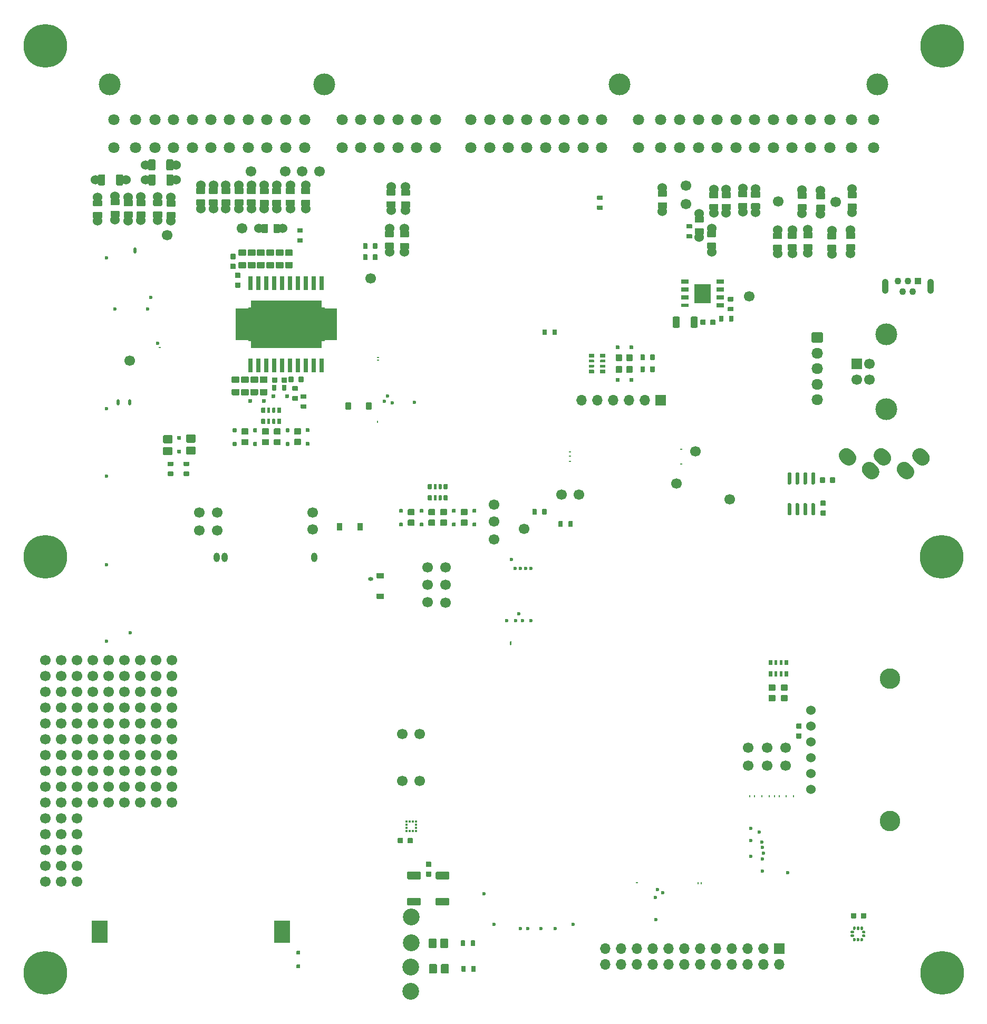
<source format=gts>
G04 #@! TF.GenerationSoftware,KiCad,Pcbnew,(6.0.1)*
G04 #@! TF.CreationDate,2022-06-22T13:09:51+03:00*
G04 #@! TF.ProjectId,hellen64_NA6_94,68656c6c-656e-4363-945f-4e41365f3934,b*
G04 #@! TF.SameCoordinates,PX141ef50PYa2cc1bc*
G04 #@! TF.FileFunction,Soldermask,Top*
G04 #@! TF.FilePolarity,Negative*
%FSLAX46Y46*%
G04 Gerber Fmt 4.6, Leading zero omitted, Abs format (unit mm)*
G04 Created by KiCad (PCBNEW (6.0.1)) date 2022-06-22 13:09:51*
%MOMM*%
%LPD*%
G01*
G04 APERTURE LIST*
%ADD10C,0.010000*%
%ADD11C,1.524000*%
%ADD12C,0.599999*%
%ADD13O,0.499999X0.250000*%
%ADD14C,1.700000*%
%ADD15R,1.700000X1.700000*%
%ADD16O,1.700000X1.700000*%
%ADD17C,2.700000*%
%ADD18O,1.000001X1.500000*%
%ADD19O,0.800001X0.599999*%
%ADD20C,3.500120*%
%ADD21C,1.800000*%
%ADD22R,1.100000X1.100000*%
%ADD23C,1.100000*%
%ADD24O,1.100000X2.400000*%
%ADD25C,3.500000*%
%ADD26O,0.250000X0.499999*%
%ADD27C,3.302000*%
%ADD28C,7.000000*%
%ADD29R,0.375000X0.350000*%
%ADD30R,0.350000X0.375000*%
%ADD31R,2.600000X3.600000*%
%ADD32O,0.499999X1.000001*%
%ADD33O,0.499999X0.200000*%
%ADD34C,0.600000*%
%ADD35R,1.310000X0.650000*%
%ADD36R,1.310000X0.600000*%
%ADD37R,1.325000X1.500000*%
%ADD38O,0.200000X0.399999*%
%ADD39R,0.800000X2.200000*%
%ADD40R,2.032000X5.080000*%
%ADD41R,11.430000X7.620000*%
%ADD42O,1.850000X1.700000*%
G04 APERTURE END LIST*
D10*
G04 #@! TO.C,U5*
X49372130Y111896940D02*
X49772680Y111896940D01*
X49772680Y111896940D02*
X49772680Y106611020D01*
X49772680Y106611020D02*
X49372130Y106611020D01*
X49372130Y106611020D02*
X49372130Y111896940D01*
G36*
X49772680Y106611020D02*
G01*
X49372130Y106611020D01*
X49372130Y111896940D01*
X49772680Y111896940D01*
X49772680Y106611020D01*
G37*
X49772680Y106611020D02*
X49372130Y106611020D01*
X49372130Y111896940D01*
X49772680Y111896940D01*
X49772680Y106611020D01*
X37568530Y111896940D02*
X37987080Y111896940D01*
X37987080Y111896940D02*
X37987080Y106608480D01*
X37987080Y106608480D02*
X37568530Y106608480D01*
X37568530Y106608480D02*
X37568530Y111896940D01*
G36*
X37987080Y106608480D02*
G01*
X37568530Y106608480D01*
X37568530Y111896940D01*
X37987080Y111896940D01*
X37987080Y106608480D01*
G37*
X37987080Y106608480D02*
X37568530Y106608480D01*
X37568530Y111896940D01*
X37987080Y111896940D01*
X37987080Y106608480D01*
G04 #@! TD*
G04 #@! TO.C,F3*
G36*
G01*
X22446670Y133905340D02*
X21756670Y133905340D01*
G75*
G02*
X21526670Y134135340I0J230000D01*
G01*
X21526670Y135475340D01*
G75*
G02*
X21756670Y135705340I230000J0D01*
G01*
X22446670Y135705340D01*
G75*
G02*
X22676670Y135475340I0J-230000D01*
G01*
X22676670Y134135340D01*
G75*
G02*
X22446670Y133905340I-230000J0D01*
G01*
G37*
D11*
X21101680Y134805340D03*
X26001680Y134805340D03*
G36*
G01*
X25346690Y133905340D02*
X24656690Y133905340D01*
G75*
G02*
X24426690Y134135340I0J230000D01*
G01*
X24426690Y135475340D01*
G75*
G02*
X24656690Y135705340I230000J0D01*
G01*
X25346690Y135705340D01*
G75*
G02*
X25576690Y135475340I0J-230000D01*
G01*
X25576690Y134135340D01*
G75*
G02*
X25346690Y133905340I-230000J0D01*
G01*
G37*
G04 #@! TD*
G04 #@! TO.C,F1*
G36*
G01*
X22469990Y131500000D02*
X21779990Y131500000D01*
G75*
G02*
X21549990Y131730000I0J230000D01*
G01*
X21549990Y133070000D01*
G75*
G02*
X21779990Y133300000I230000J0D01*
G01*
X22469990Y133300000D01*
G75*
G02*
X22699990Y133070000I0J-230000D01*
G01*
X22699990Y131730000D01*
G75*
G02*
X22469990Y131500000I-230000J0D01*
G01*
G37*
X21125000Y132400000D03*
X26025000Y132400000D03*
G36*
G01*
X25370010Y131500000D02*
X24680010Y131500000D01*
G75*
G02*
X24450010Y131730000I0J230000D01*
G01*
X24450010Y133070000D01*
G75*
G02*
X24680010Y133300000I230000J0D01*
G01*
X25370010Y133300000D01*
G75*
G02*
X25600010Y133070000I0J-230000D01*
G01*
X25600010Y131730000D01*
G75*
G02*
X25370010Y131500000I-230000J0D01*
G01*
G37*
G04 #@! TD*
G04 #@! TO.C,F2*
G36*
G01*
X14376670Y131505340D02*
X13686670Y131505340D01*
G75*
G02*
X13456670Y131735340I0J230000D01*
G01*
X13456670Y133075340D01*
G75*
G02*
X13686670Y133305340I230000J0D01*
G01*
X14376670Y133305340D01*
G75*
G02*
X14606670Y133075340I0J-230000D01*
G01*
X14606670Y131735340D01*
G75*
G02*
X14376670Y131505340I-230000J0D01*
G01*
G37*
X13031680Y132405340D03*
X17931680Y132405340D03*
G36*
G01*
X17276690Y131505340D02*
X16586690Y131505340D01*
G75*
G02*
X16356690Y131735340I0J230000D01*
G01*
X16356690Y133075340D01*
G75*
G02*
X16586690Y133305340I230000J0D01*
G01*
X17276690Y133305340D01*
G75*
G02*
X17506690Y133075340I0J-230000D01*
G01*
X17506690Y131735340D01*
G75*
G02*
X17276690Y131505340I-230000J0D01*
G01*
G37*
G04 #@! TD*
G04 #@! TO.C,R8*
G36*
G01*
X60886680Y121305339D02*
X59636680Y121305339D01*
G75*
G02*
X59536680Y121405339I0J100000D01*
G01*
X59536680Y122205339D01*
G75*
G02*
X59636680Y122305339I100000J0D01*
G01*
X60886680Y122305339D01*
G75*
G02*
X60986680Y122205339I0J-100000D01*
G01*
X60986680Y121405339D01*
G75*
G02*
X60886680Y121305339I-100000J0D01*
G01*
G37*
X60261680Y120850340D03*
G36*
G01*
X60886680Y123205361D02*
X59636680Y123205361D01*
G75*
G02*
X59536680Y123305361I0J100000D01*
G01*
X59536680Y124105361D01*
G75*
G02*
X59636680Y124205361I100000J0D01*
G01*
X60886680Y124205361D01*
G75*
G02*
X60986680Y124105361I0J-100000D01*
G01*
X60986680Y123305361D01*
G75*
G02*
X60886680Y123205361I-100000J0D01*
G01*
G37*
X60261680Y124660340D03*
G04 #@! TD*
G04 #@! TO.C,R32*
G36*
G01*
X38726680Y128255339D02*
X37476680Y128255339D01*
G75*
G02*
X37376680Y128355339I0J100000D01*
G01*
X37376680Y129155339D01*
G75*
G02*
X37476680Y129255339I100000J0D01*
G01*
X38726680Y129255339D01*
G75*
G02*
X38826680Y129155339I0J-100000D01*
G01*
X38826680Y128355339D01*
G75*
G02*
X38726680Y128255339I-100000J0D01*
G01*
G37*
X38101680Y127800340D03*
G36*
G01*
X38726680Y130155361D02*
X37476680Y130155361D01*
G75*
G02*
X37376680Y130255361I0J100000D01*
G01*
X37376680Y131055361D01*
G75*
G02*
X37476680Y131155361I100000J0D01*
G01*
X38726680Y131155361D01*
G75*
G02*
X38826680Y131055361I0J-100000D01*
G01*
X38826680Y130255361D01*
G75*
G02*
X38726680Y130155361I-100000J0D01*
G01*
G37*
X38101680Y131610340D03*
G04 #@! TD*
G04 #@! TO.C,R36*
G36*
G01*
X30576680Y128255339D02*
X29326680Y128255339D01*
G75*
G02*
X29226680Y128355339I0J100000D01*
G01*
X29226680Y129155339D01*
G75*
G02*
X29326680Y129255339I100000J0D01*
G01*
X30576680Y129255339D01*
G75*
G02*
X30676680Y129155339I0J-100000D01*
G01*
X30676680Y128355339D01*
G75*
G02*
X30576680Y128255339I-100000J0D01*
G01*
G37*
X29951680Y127800340D03*
G36*
G01*
X30576680Y130155361D02*
X29326680Y130155361D01*
G75*
G02*
X29226680Y130255361I0J100000D01*
G01*
X29226680Y131055361D01*
G75*
G02*
X29326680Y131155361I100000J0D01*
G01*
X30576680Y131155361D01*
G75*
G02*
X30676680Y131055361I0J-100000D01*
G01*
X30676680Y130255361D01*
G75*
G02*
X30576680Y130155361I-100000J0D01*
G01*
G37*
X29951680Y131610340D03*
G04 #@! TD*
G04 #@! TO.C,R48*
G36*
G01*
X112976680Y127555339D02*
X111726680Y127555339D01*
G75*
G02*
X111626680Y127655339I0J100000D01*
G01*
X111626680Y128455339D01*
G75*
G02*
X111726680Y128555339I100000J0D01*
G01*
X112976680Y128555339D01*
G75*
G02*
X113076680Y128455339I0J-100000D01*
G01*
X113076680Y127655339D01*
G75*
G02*
X112976680Y127555339I-100000J0D01*
G01*
G37*
X112351680Y127100340D03*
G36*
G01*
X112976680Y129455361D02*
X111726680Y129455361D01*
G75*
G02*
X111626680Y129555361I0J100000D01*
G01*
X111626680Y130355361D01*
G75*
G02*
X111726680Y130455361I100000J0D01*
G01*
X112976680Y130455361D01*
G75*
G02*
X113076680Y130355361I0J-100000D01*
G01*
X113076680Y129555361D01*
G75*
G02*
X112976680Y129455361I-100000J0D01*
G01*
G37*
X112351680Y130910340D03*
G04 #@! TD*
G04 #@! TO.C,R53*
G36*
G01*
X40776680Y128205339D02*
X39526680Y128205339D01*
G75*
G02*
X39426680Y128305339I0J100000D01*
G01*
X39426680Y129105339D01*
G75*
G02*
X39526680Y129205339I100000J0D01*
G01*
X40776680Y129205339D01*
G75*
G02*
X40876680Y129105339I0J-100000D01*
G01*
X40876680Y128305339D01*
G75*
G02*
X40776680Y128205339I-100000J0D01*
G01*
G37*
X40151680Y127750340D03*
G36*
G01*
X40776680Y130105361D02*
X39526680Y130105361D01*
G75*
G02*
X39426680Y130205361I0J100000D01*
G01*
X39426680Y131005361D01*
G75*
G02*
X39526680Y131105361I100000J0D01*
G01*
X40776680Y131105361D01*
G75*
G02*
X40876680Y131005361I0J-100000D01*
G01*
X40876680Y130205361D01*
G75*
G02*
X40776680Y130105361I-100000J0D01*
G01*
G37*
X40151680Y131560340D03*
G04 #@! TD*
G04 #@! TO.C,R24*
G36*
G01*
X112626680Y121305339D02*
X111376680Y121305339D01*
G75*
G02*
X111276680Y121405339I0J100000D01*
G01*
X111276680Y122205339D01*
G75*
G02*
X111376680Y122305339I100000J0D01*
G01*
X112626680Y122305339D01*
G75*
G02*
X112726680Y122205339I0J-100000D01*
G01*
X112726680Y121405339D01*
G75*
G02*
X112626680Y121305339I-100000J0D01*
G01*
G37*
X112001680Y120850340D03*
G36*
G01*
X112626680Y123205361D02*
X111376680Y123205361D01*
G75*
G02*
X111276680Y123305361I0J100000D01*
G01*
X111276680Y124105361D01*
G75*
G02*
X111376680Y124205361I100000J0D01*
G01*
X112626680Y124205361D01*
G75*
G02*
X112726680Y124105361I0J-100000D01*
G01*
X112726680Y123305361D01*
G75*
G02*
X112626680Y123205361I-100000J0D01*
G01*
G37*
X112001680Y124660340D03*
G04 #@! TD*
G04 #@! TO.C,R33*
G36*
G01*
X32626680Y128255339D02*
X31376680Y128255339D01*
G75*
G02*
X31276680Y128355339I0J100000D01*
G01*
X31276680Y129155339D01*
G75*
G02*
X31376680Y129255339I100000J0D01*
G01*
X32626680Y129255339D01*
G75*
G02*
X32726680Y129155339I0J-100000D01*
G01*
X32726680Y128355339D01*
G75*
G02*
X32626680Y128255339I-100000J0D01*
G01*
G37*
X32001680Y127800340D03*
G36*
G01*
X32626680Y130155361D02*
X31376680Y130155361D01*
G75*
G02*
X31276680Y130255361I0J100000D01*
G01*
X31276680Y131055361D01*
G75*
G02*
X31376680Y131155361I100000J0D01*
G01*
X32626680Y131155361D01*
G75*
G02*
X32726680Y131055361I0J-100000D01*
G01*
X32726680Y130255361D01*
G75*
G02*
X32626680Y130155361I-100000J0D01*
G01*
G37*
X32001680Y131610340D03*
G04 #@! TD*
G04 #@! TO.C,R42*
G36*
G01*
X14016221Y126259437D02*
X12766221Y126259437D01*
G75*
G02*
X12666221Y126359437I0J100000D01*
G01*
X12666221Y127159437D01*
G75*
G02*
X12766221Y127259437I100000J0D01*
G01*
X14016221Y127259437D01*
G75*
G02*
X14116221Y127159437I0J-100000D01*
G01*
X14116221Y126359437D01*
G75*
G02*
X14016221Y126259437I-100000J0D01*
G01*
G37*
X13391221Y125804438D03*
G36*
G01*
X14016221Y128159459D02*
X12766221Y128159459D01*
G75*
G02*
X12666221Y128259459I0J100000D01*
G01*
X12666221Y129059459D01*
G75*
G02*
X12766221Y129159459I100000J0D01*
G01*
X14016221Y129159459D01*
G75*
G02*
X14116221Y129059459I0J-100000D01*
G01*
X14116221Y128259459D01*
G75*
G02*
X14016221Y128159459I-100000J0D01*
G01*
G37*
X13391221Y129614438D03*
G04 #@! TD*
G04 #@! TO.C,R43*
G36*
G01*
X128076680Y121105339D02*
X126826680Y121105339D01*
G75*
G02*
X126726680Y121205339I0J100000D01*
G01*
X126726680Y122005339D01*
G75*
G02*
X126826680Y122105339I100000J0D01*
G01*
X128076680Y122105339D01*
G75*
G02*
X128176680Y122005339I0J-100000D01*
G01*
X128176680Y121205339D01*
G75*
G02*
X128076680Y121105339I-100000J0D01*
G01*
G37*
X127451680Y120650340D03*
G36*
G01*
X128076680Y123005361D02*
X126826680Y123005361D01*
G75*
G02*
X126726680Y123105361I0J100000D01*
G01*
X126726680Y123905361D01*
G75*
G02*
X126826680Y124005361I100000J0D01*
G01*
X128076680Y124005361D01*
G75*
G02*
X128176680Y123905361I0J-100000D01*
G01*
X128176680Y123105361D01*
G75*
G02*
X128076680Y123005361I-100000J0D01*
G01*
G37*
X127451680Y124460340D03*
G04 #@! TD*
G04 #@! TO.C,R52*
G36*
G01*
X63306680Y121295339D02*
X62056680Y121295339D01*
G75*
G02*
X61956680Y121395339I0J100000D01*
G01*
X61956680Y122195339D01*
G75*
G02*
X62056680Y122295339I100000J0D01*
G01*
X63306680Y122295339D01*
G75*
G02*
X63406680Y122195339I0J-100000D01*
G01*
X63406680Y121395339D01*
G75*
G02*
X63306680Y121295339I-100000J0D01*
G01*
G37*
X62681680Y120840340D03*
G36*
G01*
X63306680Y123195361D02*
X62056680Y123195361D01*
G75*
G02*
X61956680Y123295361I0J100000D01*
G01*
X61956680Y124095361D01*
G75*
G02*
X62056680Y124195361I100000J0D01*
G01*
X63306680Y124195361D01*
G75*
G02*
X63406680Y124095361I0J-100000D01*
G01*
X63406680Y123295361D01*
G75*
G02*
X63306680Y123195361I-100000J0D01*
G01*
G37*
X62681680Y124650340D03*
G04 #@! TD*
G04 #@! TO.C,R17*
G36*
G01*
X130676680Y123865341D02*
X131926680Y123865341D01*
G75*
G02*
X132026680Y123765341I0J-100000D01*
G01*
X132026680Y122965341D01*
G75*
G02*
X131926680Y122865341I-100000J0D01*
G01*
X130676680Y122865341D01*
G75*
G02*
X130576680Y122965341I0J100000D01*
G01*
X130576680Y123765341D01*
G75*
G02*
X130676680Y123865341I100000J0D01*
G01*
G37*
X131301680Y124320340D03*
G36*
G01*
X130676680Y121965319D02*
X131926680Y121965319D01*
G75*
G02*
X132026680Y121865319I0J-100000D01*
G01*
X132026680Y121065319D01*
G75*
G02*
X131926680Y120965319I-100000J0D01*
G01*
X130676680Y120965319D01*
G75*
G02*
X130576680Y121065319I0J100000D01*
G01*
X130576680Y121865319D01*
G75*
G02*
X130676680Y121965319I100000J0D01*
G01*
G37*
X131301680Y120510340D03*
G04 #@! TD*
G04 #@! TO.C,R40*
G36*
G01*
X18936680Y126305339D02*
X17686680Y126305339D01*
G75*
G02*
X17586680Y126405339I0J100000D01*
G01*
X17586680Y127205339D01*
G75*
G02*
X17686680Y127305339I100000J0D01*
G01*
X18936680Y127305339D01*
G75*
G02*
X19036680Y127205339I0J-100000D01*
G01*
X19036680Y126405339D01*
G75*
G02*
X18936680Y126305339I-100000J0D01*
G01*
G37*
X18311680Y125850340D03*
G36*
G01*
X18936680Y128205361D02*
X17686680Y128205361D01*
G75*
G02*
X17586680Y128305361I0J100000D01*
G01*
X17586680Y129105361D01*
G75*
G02*
X17686680Y129205361I100000J0D01*
G01*
X18936680Y129205361D01*
G75*
G02*
X19036680Y129105361I0J-100000D01*
G01*
X19036680Y128305361D01*
G75*
G02*
X18936680Y128205361I-100000J0D01*
G01*
G37*
X18311680Y129660340D03*
G04 #@! TD*
G04 #@! TO.C,R38*
G36*
G01*
X20976680Y126325339D02*
X19726680Y126325339D01*
G75*
G02*
X19626680Y126425339I0J100000D01*
G01*
X19626680Y127225339D01*
G75*
G02*
X19726680Y127325339I100000J0D01*
G01*
X20976680Y127325339D01*
G75*
G02*
X21076680Y127225339I0J-100000D01*
G01*
X21076680Y126425339D01*
G75*
G02*
X20976680Y126325339I-100000J0D01*
G01*
G37*
X20351680Y125870340D03*
G36*
G01*
X20976680Y128225361D02*
X19726680Y128225361D01*
G75*
G02*
X19626680Y128325361I0J100000D01*
G01*
X19626680Y129125361D01*
G75*
G02*
X19726680Y129225361I100000J0D01*
G01*
X20976680Y129225361D01*
G75*
G02*
X21076680Y129125361I0J-100000D01*
G01*
X21076680Y128325361D01*
G75*
G02*
X20976680Y128225361I-100000J0D01*
G01*
G37*
X20351680Y129680340D03*
G04 #@! TD*
G04 #@! TO.C,R44*
G36*
G01*
X127150000Y127499999D02*
X125900000Y127499999D01*
G75*
G02*
X125800000Y127599999I0J100000D01*
G01*
X125800000Y128399999D01*
G75*
G02*
X125900000Y128499999I100000J0D01*
G01*
X127150000Y128499999D01*
G75*
G02*
X127250000Y128399999I0J-100000D01*
G01*
X127250000Y127599999D01*
G75*
G02*
X127150000Y127499999I-100000J0D01*
G01*
G37*
X126525000Y127045000D03*
G36*
G01*
X127150000Y129400021D02*
X125900000Y129400021D01*
G75*
G02*
X125800000Y129500021I0J100000D01*
G01*
X125800000Y130300021D01*
G75*
G02*
X125900000Y130400021I100000J0D01*
G01*
X127150000Y130400021D01*
G75*
G02*
X127250000Y130300021I0J-100000D01*
G01*
X127250000Y129500021D01*
G75*
G02*
X127150000Y129400021I-100000J0D01*
G01*
G37*
X126525000Y130855000D03*
G04 #@! TD*
G04 #@! TO.C,R30*
G36*
G01*
X42776680Y128205339D02*
X41526680Y128205339D01*
G75*
G02*
X41426680Y128305339I0J100000D01*
G01*
X41426680Y129105339D01*
G75*
G02*
X41526680Y129205339I100000J0D01*
G01*
X42776680Y129205339D01*
G75*
G02*
X42876680Y129105339I0J-100000D01*
G01*
X42876680Y128305339D01*
G75*
G02*
X42776680Y128205339I-100000J0D01*
G01*
G37*
X42151680Y127750340D03*
G36*
G01*
X42776680Y130105361D02*
X41526680Y130105361D01*
G75*
G02*
X41426680Y130205361I0J100000D01*
G01*
X41426680Y131005361D01*
G75*
G02*
X41526680Y131105361I100000J0D01*
G01*
X42776680Y131105361D01*
G75*
G02*
X42876680Y131005361I0J-100000D01*
G01*
X42876680Y130205361D01*
G75*
G02*
X42776680Y130105361I-100000J0D01*
G01*
G37*
X42151680Y131560340D03*
G04 #@! TD*
G04 #@! TO.C,R31*
G36*
G01*
X36726680Y128255339D02*
X35476680Y128255339D01*
G75*
G02*
X35376680Y128355339I0J100000D01*
G01*
X35376680Y129155339D01*
G75*
G02*
X35476680Y129255339I100000J0D01*
G01*
X36726680Y129255339D01*
G75*
G02*
X36826680Y129155339I0J-100000D01*
G01*
X36826680Y128355339D01*
G75*
G02*
X36726680Y128255339I-100000J0D01*
G01*
G37*
X36101680Y127800340D03*
G36*
G01*
X36726680Y130155361D02*
X35476680Y130155361D01*
G75*
G02*
X35376680Y130255361I0J100000D01*
G01*
X35376680Y131055361D01*
G75*
G02*
X35476680Y131155361I100000J0D01*
G01*
X36726680Y131155361D01*
G75*
G02*
X36826680Y131055361I0J-100000D01*
G01*
X36826680Y130255361D01*
G75*
G02*
X36726680Y130155361I-100000J0D01*
G01*
G37*
X36101680Y131610340D03*
G04 #@! TD*
G04 #@! TO.C,R19*
G36*
G01*
X114976680Y127555339D02*
X113726680Y127555339D01*
G75*
G02*
X113626680Y127655339I0J100000D01*
G01*
X113626680Y128455339D01*
G75*
G02*
X113726680Y128555339I100000J0D01*
G01*
X114976680Y128555339D01*
G75*
G02*
X115076680Y128455339I0J-100000D01*
G01*
X115076680Y127655339D01*
G75*
G02*
X114976680Y127555339I-100000J0D01*
G01*
G37*
X114351680Y127100340D03*
G36*
G01*
X114976680Y129455361D02*
X113726680Y129455361D01*
G75*
G02*
X113626680Y129555361I0J100000D01*
G01*
X113626680Y130355361D01*
G75*
G02*
X113726680Y130455361I100000J0D01*
G01*
X114976680Y130455361D01*
G75*
G02*
X115076680Y130355361I0J-100000D01*
G01*
X115076680Y129555361D01*
G75*
G02*
X114976680Y129455361I-100000J0D01*
G01*
G37*
X114351680Y130910340D03*
G04 #@! TD*
G04 #@! TO.C,R47*
G36*
G01*
X119676680Y127655339D02*
X118426680Y127655339D01*
G75*
G02*
X118326680Y127755339I0J100000D01*
G01*
X118326680Y128555339D01*
G75*
G02*
X118426680Y128655339I100000J0D01*
G01*
X119676680Y128655339D01*
G75*
G02*
X119776680Y128555339I0J-100000D01*
G01*
X119776680Y127755339D01*
G75*
G02*
X119676680Y127655339I-100000J0D01*
G01*
G37*
X119051680Y127200340D03*
G36*
G01*
X119676680Y129555361D02*
X118426680Y129555361D01*
G75*
G02*
X118326680Y129655361I0J100000D01*
G01*
X118326680Y130455361D01*
G75*
G02*
X118426680Y130555361I100000J0D01*
G01*
X119676680Y130555361D01*
G75*
G02*
X119776680Y130455361I0J-100000D01*
G01*
X119776680Y129655361D01*
G75*
G02*
X119676680Y129555361I-100000J0D01*
G01*
G37*
X119051680Y131010340D03*
G04 #@! TD*
G04 #@! TO.C,R34*
G36*
G01*
X34626680Y128255339D02*
X33376680Y128255339D01*
G75*
G02*
X33276680Y128355339I0J100000D01*
G01*
X33276680Y129155339D01*
G75*
G02*
X33376680Y129255339I100000J0D01*
G01*
X34626680Y129255339D01*
G75*
G02*
X34726680Y129155339I0J-100000D01*
G01*
X34726680Y128355339D01*
G75*
G02*
X34626680Y128255339I-100000J0D01*
G01*
G37*
X34001680Y127800340D03*
G36*
G01*
X34626680Y130155361D02*
X33376680Y130155361D01*
G75*
G02*
X33276680Y130255361I0J100000D01*
G01*
X33276680Y131055361D01*
G75*
G02*
X33376680Y131155361I100000J0D01*
G01*
X34626680Y131155361D01*
G75*
G02*
X34726680Y131055361I0J-100000D01*
G01*
X34726680Y130255361D01*
G75*
G02*
X34626680Y130155361I-100000J0D01*
G01*
G37*
X34001680Y131610340D03*
G04 #@! TD*
G04 #@! TO.C,R35*
G36*
G01*
X25816221Y126234437D02*
X24566221Y126234437D01*
G75*
G02*
X24466221Y126334437I0J100000D01*
G01*
X24466221Y127134437D01*
G75*
G02*
X24566221Y127234437I100000J0D01*
G01*
X25816221Y127234437D01*
G75*
G02*
X25916221Y127134437I0J-100000D01*
G01*
X25916221Y126334437D01*
G75*
G02*
X25816221Y126234437I-100000J0D01*
G01*
G37*
X25191221Y125779438D03*
G36*
G01*
X25816221Y128134459D02*
X24566221Y128134459D01*
G75*
G02*
X24466221Y128234459I0J100000D01*
G01*
X24466221Y129034459D01*
G75*
G02*
X24566221Y129134459I100000J0D01*
G01*
X25816221Y129134459D01*
G75*
G02*
X25916221Y129034459I0J-100000D01*
G01*
X25916221Y128234459D01*
G75*
G02*
X25816221Y128134459I-100000J0D01*
G01*
G37*
X25191221Y129589438D03*
G04 #@! TD*
G04 #@! TO.C,R22*
G36*
G01*
X63466680Y127945339D02*
X62216680Y127945339D01*
G75*
G02*
X62116680Y128045339I0J100000D01*
G01*
X62116680Y128845339D01*
G75*
G02*
X62216680Y128945339I100000J0D01*
G01*
X63466680Y128945339D01*
G75*
G02*
X63566680Y128845339I0J-100000D01*
G01*
X63566680Y128045339D01*
G75*
G02*
X63466680Y127945339I-100000J0D01*
G01*
G37*
X62841680Y127490340D03*
G36*
G01*
X63466680Y129845361D02*
X62216680Y129845361D01*
G75*
G02*
X62116680Y129945361I0J100000D01*
G01*
X62116680Y130745361D01*
G75*
G02*
X62216680Y130845361I100000J0D01*
G01*
X63466680Y130845361D01*
G75*
G02*
X63566680Y130745361I0J-100000D01*
G01*
X63566680Y129945361D01*
G75*
G02*
X63466680Y129845361I-100000J0D01*
G01*
G37*
X62841680Y131300340D03*
G04 #@! TD*
G04 #@! TO.C,R37*
G36*
G01*
X16816680Y126435339D02*
X15566680Y126435339D01*
G75*
G02*
X15466680Y126535339I0J100000D01*
G01*
X15466680Y127335339D01*
G75*
G02*
X15566680Y127435339I100000J0D01*
G01*
X16816680Y127435339D01*
G75*
G02*
X16916680Y127335339I0J-100000D01*
G01*
X16916680Y126535339D01*
G75*
G02*
X16816680Y126435339I-100000J0D01*
G01*
G37*
X16191680Y125980340D03*
G36*
G01*
X16816680Y128335361D02*
X15566680Y128335361D01*
G75*
G02*
X15466680Y128435361I0J100000D01*
G01*
X15466680Y129235361D01*
G75*
G02*
X15566680Y129335361I100000J0D01*
G01*
X16816680Y129335361D01*
G75*
G02*
X16916680Y129235361I0J-100000D01*
G01*
X16916680Y128435361D01*
G75*
G02*
X16816680Y128335361I-100000J0D01*
G01*
G37*
X16191680Y129790340D03*
G04 #@! TD*
G04 #@! TO.C,R28*
G36*
G01*
X47426680Y128215339D02*
X46176680Y128215339D01*
G75*
G02*
X46076680Y128315339I0J100000D01*
G01*
X46076680Y129115339D01*
G75*
G02*
X46176680Y129215339I100000J0D01*
G01*
X47426680Y129215339D01*
G75*
G02*
X47526680Y129115339I0J-100000D01*
G01*
X47526680Y128315339D01*
G75*
G02*
X47426680Y128215339I-100000J0D01*
G01*
G37*
X46801680Y127760340D03*
G36*
G01*
X47426680Y130115361D02*
X46176680Y130115361D01*
G75*
G02*
X46076680Y130215361I0J100000D01*
G01*
X46076680Y131015361D01*
G75*
G02*
X46176680Y131115361I100000J0D01*
G01*
X47426680Y131115361D01*
G75*
G02*
X47526680Y131015361I0J-100000D01*
G01*
X47526680Y130215361D01*
G75*
G02*
X47426680Y130115361I-100000J0D01*
G01*
G37*
X46801680Y131570340D03*
G04 #@! TD*
G04 #@! TO.C,R26*
G36*
G01*
X134937640Y121050339D02*
X133687640Y121050339D01*
G75*
G02*
X133587640Y121150339I0J100000D01*
G01*
X133587640Y121950339D01*
G75*
G02*
X133687640Y122050339I100000J0D01*
G01*
X134937640Y122050339D01*
G75*
G02*
X135037640Y121950339I0J-100000D01*
G01*
X135037640Y121150339D01*
G75*
G02*
X134937640Y121050339I-100000J0D01*
G01*
G37*
X134312640Y120595340D03*
G36*
G01*
X134937640Y122950361D02*
X133687640Y122950361D01*
G75*
G02*
X133587640Y123050361I0J100000D01*
G01*
X133587640Y123850361D01*
G75*
G02*
X133687640Y123950361I100000J0D01*
G01*
X134937640Y123950361D01*
G75*
G02*
X135037640Y123850361I0J-100000D01*
G01*
X135037640Y123050361D01*
G75*
G02*
X134937640Y122950361I-100000J0D01*
G01*
G37*
X134312640Y124405340D03*
G04 #@! TD*
G04 #@! TO.C,R25*
G36*
G01*
X135176680Y127596039D02*
X133926680Y127596039D01*
G75*
G02*
X133826680Y127696039I0J100000D01*
G01*
X133826680Y128496039D01*
G75*
G02*
X133926680Y128596039I100000J0D01*
G01*
X135176680Y128596039D01*
G75*
G02*
X135276680Y128496039I0J-100000D01*
G01*
X135276680Y127696039D01*
G75*
G02*
X135176680Y127596039I-100000J0D01*
G01*
G37*
X134551680Y127141040D03*
G36*
G01*
X135176680Y129496061D02*
X133926680Y129496061D01*
G75*
G02*
X133826680Y129596061I0J100000D01*
G01*
X133826680Y130396061D01*
G75*
G02*
X133926680Y130496061I100000J0D01*
G01*
X135176680Y130496061D01*
G75*
G02*
X135276680Y130396061I0J-100000D01*
G01*
X135276680Y129596061D01*
G75*
G02*
X135176680Y129496061I-100000J0D01*
G01*
G37*
X134551680Y130951040D03*
G04 #@! TD*
G04 #@! TO.C,R51*
G36*
G01*
X61136680Y127985339D02*
X59886680Y127985339D01*
G75*
G02*
X59786680Y128085339I0J100000D01*
G01*
X59786680Y128885339D01*
G75*
G02*
X59886680Y128985339I100000J0D01*
G01*
X61136680Y128985339D01*
G75*
G02*
X61236680Y128885339I0J-100000D01*
G01*
X61236680Y128085339D01*
G75*
G02*
X61136680Y127985339I-100000J0D01*
G01*
G37*
X60511680Y127530340D03*
G36*
G01*
X61136680Y129885361D02*
X59886680Y129885361D01*
G75*
G02*
X59786680Y129985361I0J100000D01*
G01*
X59786680Y130785361D01*
G75*
G02*
X59886680Y130885361I100000J0D01*
G01*
X61136680Y130885361D01*
G75*
G02*
X61236680Y130785361I0J-100000D01*
G01*
X61236680Y129985361D01*
G75*
G02*
X61136680Y129885361I-100000J0D01*
G01*
G37*
X60511680Y131340340D03*
G04 #@! TD*
G04 #@! TO.C,R27*
G36*
G01*
X109376680Y126555341D02*
X110626680Y126555341D01*
G75*
G02*
X110726680Y126455341I0J-100000D01*
G01*
X110726680Y125655341D01*
G75*
G02*
X110626680Y125555341I-100000J0D01*
G01*
X109376680Y125555341D01*
G75*
G02*
X109276680Y125655341I0J100000D01*
G01*
X109276680Y126455341D01*
G75*
G02*
X109376680Y126555341I100000J0D01*
G01*
G37*
X110001680Y127010340D03*
G36*
G01*
X109376680Y124655319D02*
X110626680Y124655319D01*
G75*
G02*
X110726680Y124555319I0J-100000D01*
G01*
X110726680Y123755319D01*
G75*
G02*
X110626680Y123655319I-100000J0D01*
G01*
X109376680Y123655319D01*
G75*
G02*
X109276680Y123755319I0J100000D01*
G01*
X109276680Y124555319D01*
G75*
G02*
X109376680Y124655319I100000J0D01*
G01*
G37*
X110001680Y123200340D03*
G04 #@! TD*
G04 #@! TO.C,R39*
G36*
G01*
X23666680Y126325339D02*
X22416680Y126325339D01*
G75*
G02*
X22316680Y126425339I0J100000D01*
G01*
X22316680Y127225339D01*
G75*
G02*
X22416680Y127325339I100000J0D01*
G01*
X23666680Y127325339D01*
G75*
G02*
X23766680Y127225339I0J-100000D01*
G01*
X23766680Y126425339D01*
G75*
G02*
X23666680Y126325339I-100000J0D01*
G01*
G37*
X23041680Y125870340D03*
G36*
G01*
X23666680Y128225361D02*
X22416680Y128225361D01*
G75*
G02*
X22316680Y128325361I0J100000D01*
G01*
X22316680Y129125361D01*
G75*
G02*
X22416680Y129225361I100000J0D01*
G01*
X23666680Y129225361D01*
G75*
G02*
X23766680Y129125361I0J-100000D01*
G01*
X23766680Y128325361D01*
G75*
G02*
X23666680Y128225361I-100000J0D01*
G01*
G37*
X23041680Y129680340D03*
G04 #@! TD*
G04 #@! TO.C,R49*
G36*
G01*
X104726680Y127805339D02*
X103476680Y127805339D01*
G75*
G02*
X103376680Y127905339I0J100000D01*
G01*
X103376680Y128705339D01*
G75*
G02*
X103476680Y128805339I100000J0D01*
G01*
X104726680Y128805339D01*
G75*
G02*
X104826680Y128705339I0J-100000D01*
G01*
X104826680Y127905339D01*
G75*
G02*
X104726680Y127805339I-100000J0D01*
G01*
G37*
X104101680Y127350340D03*
G36*
G01*
X104726680Y129705361D02*
X103476680Y129705361D01*
G75*
G02*
X103376680Y129805361I0J100000D01*
G01*
X103376680Y130605361D01*
G75*
G02*
X103476680Y130705361I100000J0D01*
G01*
X104726680Y130705361D01*
G75*
G02*
X104826680Y130605361I0J-100000D01*
G01*
X104826680Y129805361D01*
G75*
G02*
X104726680Y129705361I-100000J0D01*
G01*
G37*
X104101680Y131160340D03*
G04 #@! TD*
G04 #@! TO.C,R45*
G36*
G01*
X125576680Y121055318D02*
X124326680Y121055318D01*
G75*
G02*
X124226680Y121155318I0J100000D01*
G01*
X124226680Y121955318D01*
G75*
G02*
X124326680Y122055318I100000J0D01*
G01*
X125576680Y122055318D01*
G75*
G02*
X125676680Y121955318I0J-100000D01*
G01*
X125676680Y121155318D01*
G75*
G02*
X125576680Y121055318I-100000J0D01*
G01*
G37*
X124951680Y120600319D03*
G36*
G01*
X125576680Y122955340D02*
X124326680Y122955340D01*
G75*
G02*
X124226680Y123055340I0J100000D01*
G01*
X124226680Y123855340D01*
G75*
G02*
X124326680Y123955340I100000J0D01*
G01*
X125576680Y123955340D01*
G75*
G02*
X125676680Y123855340I0J-100000D01*
G01*
X125676680Y123055340D01*
G75*
G02*
X125576680Y122955340I-100000J0D01*
G01*
G37*
X124951680Y124410319D03*
G04 #@! TD*
G04 #@! TO.C,R20*
G36*
G01*
X42651681Y125230340D02*
X42651681Y123980340D01*
G75*
G02*
X42551681Y123880340I-100000J0D01*
G01*
X41751681Y123880340D01*
G75*
G02*
X41651681Y123980340I0J100000D01*
G01*
X41651681Y125230340D01*
G75*
G02*
X41751681Y125330340I100000J0D01*
G01*
X42551681Y125330340D01*
G75*
G02*
X42651681Y125230340I0J-100000D01*
G01*
G37*
X43106680Y124605340D03*
G36*
G01*
X40751659Y125230340D02*
X40751659Y123980340D01*
G75*
G02*
X40651659Y123880340I-100000J0D01*
G01*
X39851659Y123880340D01*
G75*
G02*
X39751659Y123980340I0J100000D01*
G01*
X39751659Y125230340D01*
G75*
G02*
X39851659Y125330340I100000J0D01*
G01*
X40651659Y125330340D01*
G75*
G02*
X40751659Y125230340I0J-100000D01*
G01*
G37*
X39296680Y124605340D03*
G04 #@! TD*
G04 #@! TO.C,R46*
G36*
G01*
X117626680Y127705339D02*
X116376680Y127705339D01*
G75*
G02*
X116276680Y127805339I0J100000D01*
G01*
X116276680Y128605339D01*
G75*
G02*
X116376680Y128705339I100000J0D01*
G01*
X117626680Y128705339D01*
G75*
G02*
X117726680Y128605339I0J-100000D01*
G01*
X117726680Y127805339D01*
G75*
G02*
X117626680Y127705339I-100000J0D01*
G01*
G37*
X117001680Y127250340D03*
G36*
G01*
X117626680Y129605361D02*
X116376680Y129605361D01*
G75*
G02*
X116276680Y129705361I0J100000D01*
G01*
X116276680Y130505361D01*
G75*
G02*
X116376680Y130605361I100000J0D01*
G01*
X117626680Y130605361D01*
G75*
G02*
X117726680Y130505361I0J-100000D01*
G01*
X117726680Y129705361D01*
G75*
G02*
X117626680Y129605361I-100000J0D01*
G01*
G37*
X117001680Y131060340D03*
G04 #@! TD*
G04 #@! TO.C,R58*
G36*
G01*
X44976680Y128235339D02*
X43726680Y128235339D01*
G75*
G02*
X43626680Y128335339I0J100000D01*
G01*
X43626680Y129135339D01*
G75*
G02*
X43726680Y129235339I100000J0D01*
G01*
X44976680Y129235339D01*
G75*
G02*
X45076680Y129135339I0J-100000D01*
G01*
X45076680Y128335339D01*
G75*
G02*
X44976680Y128235339I-100000J0D01*
G01*
G37*
X44351680Y127780340D03*
G36*
G01*
X44976680Y130135361D02*
X43726680Y130135361D01*
G75*
G02*
X43626680Y130235361I0J100000D01*
G01*
X43626680Y131035361D01*
G75*
G02*
X43726680Y131135361I100000J0D01*
G01*
X44976680Y131135361D01*
G75*
G02*
X45076680Y131035361I0J-100000D01*
G01*
X45076680Y130235361D01*
G75*
G02*
X44976680Y130135361I-100000J0D01*
G01*
G37*
X44351680Y131590340D03*
G04 #@! TD*
G04 #@! TO.C,R12*
G36*
G01*
X130126680Y127405339D02*
X128876680Y127405339D01*
G75*
G02*
X128776680Y127505339I0J100000D01*
G01*
X128776680Y128305339D01*
G75*
G02*
X128876680Y128405339I100000J0D01*
G01*
X130126680Y128405339D01*
G75*
G02*
X130226680Y128305339I0J-100000D01*
G01*
X130226680Y127505339D01*
G75*
G02*
X130126680Y127405339I-100000J0D01*
G01*
G37*
X129501680Y126950340D03*
G36*
G01*
X130126680Y129305361D02*
X128876680Y129305361D01*
G75*
G02*
X128776680Y129405361I0J100000D01*
G01*
X128776680Y130205361D01*
G75*
G02*
X128876680Y130305361I100000J0D01*
G01*
X130126680Y130305361D01*
G75*
G02*
X130226680Y130205361I0J-100000D01*
G01*
X130226680Y129405361D01*
G75*
G02*
X130126680Y129305361I-100000J0D01*
G01*
G37*
X129501680Y130760340D03*
G04 #@! TD*
G04 #@! TO.C,R18*
G36*
G01*
X123201680Y121005339D02*
X121951680Y121005339D01*
G75*
G02*
X121851680Y121105339I0J100000D01*
G01*
X121851680Y121905339D01*
G75*
G02*
X121951680Y122005339I100000J0D01*
G01*
X123201680Y122005339D01*
G75*
G02*
X123301680Y121905339I0J-100000D01*
G01*
X123301680Y121105339D01*
G75*
G02*
X123201680Y121005339I-100000J0D01*
G01*
G37*
X122576680Y120550340D03*
G36*
G01*
X123201680Y122905361D02*
X121951680Y122905361D01*
G75*
G02*
X121851680Y123005361I0J100000D01*
G01*
X121851680Y123805361D01*
G75*
G02*
X121951680Y123905361I100000J0D01*
G01*
X123201680Y123905361D01*
G75*
G02*
X123301680Y123805361I0J-100000D01*
G01*
X123301680Y123005361D01*
G75*
G02*
X123201680Y122905361I-100000J0D01*
G01*
G37*
X122576680Y124360340D03*
G04 #@! TD*
D12*
G04 #@! TO.C,M4*
X75468535Y17795040D03*
X77043549Y12890031D03*
X89747567Y12899094D03*
X81268539Y12220030D03*
X82443543Y12220030D03*
X84618537Y12220030D03*
X86843539Y12220030D03*
G04 #@! TD*
D13*
G04 #@! TO.C,M9*
X89261466Y87168744D03*
X89261466Y88043744D03*
X89261466Y88743745D03*
X107086464Y89193744D03*
X107086464Y86793741D03*
G04 #@! TD*
G04 #@! TO.C,R57*
G36*
G01*
X58321680Y120375340D02*
X58321680Y119595340D01*
G75*
G02*
X58251680Y119525340I-70000J0D01*
G01*
X57691680Y119525340D01*
G75*
G02*
X57621680Y119595340I0J70000D01*
G01*
X57621680Y120375340D01*
G75*
G02*
X57691680Y120445340I70000J0D01*
G01*
X58251680Y120445340D01*
G75*
G02*
X58321680Y120375340I0J-70000D01*
G01*
G37*
G36*
G01*
X56721680Y120375340D02*
X56721680Y119595340D01*
G75*
G02*
X56651680Y119525340I-70000J0D01*
G01*
X56091680Y119525340D01*
G75*
G02*
X56021680Y119595340I0J70000D01*
G01*
X56021680Y120375340D01*
G75*
G02*
X56091680Y120445340I70000J0D01*
G01*
X56651680Y120445340D01*
G75*
G02*
X56721680Y120375340I0J-70000D01*
G01*
G37*
G04 #@! TD*
D14*
G04 #@! TO.C,P5*
X62302380Y35910220D03*
G04 #@! TD*
G04 #@! TO.C,P6*
X62302380Y43412400D03*
G04 #@! TD*
G04 #@! TO.C,R2*
G36*
G01*
X24710000Y87162500D02*
X25490000Y87162500D01*
G75*
G02*
X25560000Y87092500I0J-70000D01*
G01*
X25560000Y86532500D01*
G75*
G02*
X25490000Y86462500I-70000J0D01*
G01*
X24710000Y86462500D01*
G75*
G02*
X24640000Y86532500I0J70000D01*
G01*
X24640000Y87092500D01*
G75*
G02*
X24710000Y87162500I70000J0D01*
G01*
G37*
G36*
G01*
X24710000Y85562500D02*
X25490000Y85562500D01*
G75*
G02*
X25560000Y85492500I0J-70000D01*
G01*
X25560000Y84932500D01*
G75*
G02*
X25490000Y84862500I-70000J0D01*
G01*
X24710000Y84862500D01*
G75*
G02*
X24640000Y84932500I0J70000D01*
G01*
X24640000Y85492500D01*
G75*
G02*
X24710000Y85562500I70000J0D01*
G01*
G37*
G04 #@! TD*
D15*
G04 #@! TO.C,J27*
X103851680Y97005340D03*
D16*
X101311680Y97005340D03*
X98771680Y97005340D03*
X96231680Y97005340D03*
X93691680Y97005340D03*
X91151680Y97005340D03*
G04 #@! TD*
G04 #@! TO.C,R4*
G36*
G01*
X113181680Y109745340D02*
X113181680Y110525340D01*
G75*
G02*
X113251680Y110595340I70000J0D01*
G01*
X113811680Y110595340D01*
G75*
G02*
X113881680Y110525340I0J-70000D01*
G01*
X113881680Y109745340D01*
G75*
G02*
X113811680Y109675340I-70000J0D01*
G01*
X113251680Y109675340D01*
G75*
G02*
X113181680Y109745340I0J70000D01*
G01*
G37*
G36*
G01*
X114781680Y109745340D02*
X114781680Y110525340D01*
G75*
G02*
X114851680Y110595340I70000J0D01*
G01*
X115411680Y110595340D01*
G75*
G02*
X115481680Y110525340I0J-70000D01*
G01*
X115481680Y109745340D01*
G75*
G02*
X115411680Y109675340I-70000J0D01*
G01*
X114851680Y109675340D01*
G75*
G02*
X114781680Y109745340I0J70000D01*
G01*
G37*
G04 #@! TD*
D14*
G04 #@! TO.C,P19*
X38051680Y133805340D03*
G04 #@! TD*
D17*
G04 #@! TO.C,J19*
X63719659Y2136041D03*
G04 #@! TD*
G04 #@! TO.C,C3*
G36*
G01*
X61596678Y25965340D02*
X61596678Y26645340D01*
G75*
G02*
X61681678Y26730340I85000J0D01*
G01*
X62361678Y26730340D01*
G75*
G02*
X62446678Y26645340I0J-85000D01*
G01*
X62446678Y25965340D01*
G75*
G02*
X62361678Y25880340I-85000J0D01*
G01*
X61681678Y25880340D01*
G75*
G02*
X61596678Y25965340I0J85000D01*
G01*
G37*
G36*
G01*
X63176680Y25965340D02*
X63176680Y26645340D01*
G75*
G02*
X63261680Y26730340I85000J0D01*
G01*
X63941680Y26730340D01*
G75*
G02*
X64026680Y26645340I0J-85000D01*
G01*
X64026680Y25965340D01*
G75*
G02*
X63941680Y25880340I-85000J0D01*
G01*
X63261680Y25880340D01*
G75*
G02*
X63176680Y25965340I0J85000D01*
G01*
G37*
G04 #@! TD*
D14*
G04 #@! TO.C,G4*
X20210000Y45097322D03*
X20210000Y47637322D03*
X20210000Y50177322D03*
X20210000Y52717322D03*
X20210000Y55257322D03*
X22750000Y45097322D03*
X22750000Y47637322D03*
X22750000Y50177322D03*
X22750000Y52717322D03*
X22750000Y55257322D03*
X25290000Y45097322D03*
X25290000Y47637322D03*
X25290000Y50177322D03*
X25290000Y52717322D03*
X25290000Y55257322D03*
G04 #@! TD*
G04 #@! TO.C,R9*
G36*
G01*
X44731680Y99275340D02*
X45511680Y99275340D01*
G75*
G02*
X45581680Y99205340I0J-70000D01*
G01*
X45581680Y98645340D01*
G75*
G02*
X45511680Y98575340I-70000J0D01*
G01*
X44731680Y98575340D01*
G75*
G02*
X44661680Y98645340I0J70000D01*
G01*
X44661680Y99205340D01*
G75*
G02*
X44731680Y99275340I70000J0D01*
G01*
G37*
G36*
G01*
X44731680Y97675340D02*
X45511680Y97675340D01*
G75*
G02*
X45581680Y97605340I0J-70000D01*
G01*
X45581680Y97045340D01*
G75*
G02*
X45511680Y96975340I-70000J0D01*
G01*
X44731680Y96975340D01*
G75*
G02*
X44661680Y97045340I0J70000D01*
G01*
X44661680Y97605340D01*
G75*
G02*
X44731680Y97675340I70000J0D01*
G01*
G37*
G04 #@! TD*
G04 #@! TO.C,P27*
X57211680Y116595340D03*
G04 #@! TD*
G04 #@! TO.C,P10*
X24601680Y123505340D03*
G04 #@! TD*
G04 #@! TO.C,R21*
G36*
G01*
X108791680Y123005340D02*
X108011680Y123005340D01*
G75*
G02*
X107941680Y123075340I0J70000D01*
G01*
X107941680Y123635340D01*
G75*
G02*
X108011680Y123705340I70000J0D01*
G01*
X108791680Y123705340D01*
G75*
G02*
X108861680Y123635340I0J-70000D01*
G01*
X108861680Y123075340D01*
G75*
G02*
X108791680Y123005340I-70000J0D01*
G01*
G37*
G36*
G01*
X108791680Y124605340D02*
X108011680Y124605340D01*
G75*
G02*
X107941680Y124675340I0J70000D01*
G01*
X107941680Y125235340D01*
G75*
G02*
X108011680Y125305340I70000J0D01*
G01*
X108791680Y125305340D01*
G75*
G02*
X108861680Y125235340I0J-70000D01*
G01*
X108861680Y124675340D01*
G75*
G02*
X108791680Y124605340I-70000J0D01*
G01*
G37*
G04 #@! TD*
G04 #@! TO.C,P12*
X29701680Y79005340D03*
G04 #@! TD*
G04 #@! TO.C,G12*
X12590000Y32397322D03*
X12590000Y34937322D03*
X12590000Y37477322D03*
X12590000Y40017322D03*
X12590000Y42557322D03*
X15130000Y32397322D03*
X15130000Y34937322D03*
X15130000Y37477322D03*
X15130000Y40017322D03*
X15130000Y42557322D03*
X17670000Y32397322D03*
X17670000Y34937322D03*
X17670000Y37477322D03*
X17670000Y40017322D03*
X17670000Y42557322D03*
G04 #@! TD*
D18*
G04 #@! TO.C,M5*
X32559110Y71817999D03*
X33814975Y71817999D03*
X48190001Y71817999D03*
D19*
X57244999Y68321715D03*
G04 #@! TD*
G04 #@! TO.C,D1*
G36*
G01*
X67906019Y6350340D02*
X67906019Y5110340D01*
G75*
G02*
X67776019Y4980340I-130000J0D01*
G01*
X66736019Y4980340D01*
G75*
G02*
X66606019Y5110340I0J130000D01*
G01*
X66606019Y6350340D01*
G75*
G02*
X66736019Y6480340I130000J0D01*
G01*
X67776019Y6480340D01*
G75*
G02*
X67906019Y6350340I0J-130000D01*
G01*
G37*
G36*
G01*
X69806040Y6350340D02*
X69806040Y5110340D01*
G75*
G02*
X69676040Y4980340I-130000J0D01*
G01*
X68636040Y4980340D01*
G75*
G02*
X68506040Y5110340I0J130000D01*
G01*
X68506040Y6350340D01*
G75*
G02*
X68636040Y6480340I130000J0D01*
G01*
X69676040Y6480340D01*
G75*
G02*
X69806040Y6350340I0J-130000D01*
G01*
G37*
G04 #@! TD*
D14*
G04 #@! TO.C,P35*
X69301680Y64555340D03*
G04 #@! TD*
G04 #@! TO.C,D15*
G36*
G01*
X62411889Y79496090D02*
X62411889Y79016090D01*
G75*
G02*
X62351889Y78956090I-60000J0D01*
G01*
X61871889Y78956090D01*
G75*
G02*
X61811889Y79016090I0J60000D01*
G01*
X61811889Y79496090D01*
G75*
G02*
X61871889Y79556090I60000J0D01*
G01*
X62351889Y79556090D01*
G75*
G02*
X62411889Y79496090I0J-60000D01*
G01*
G37*
G36*
G01*
X62411889Y77296090D02*
X62411889Y76816090D01*
G75*
G02*
X62351889Y76756090I-60000J0D01*
G01*
X61871889Y76756090D01*
G75*
G02*
X61811889Y76816090I0J60000D01*
G01*
X61811889Y77296090D01*
G75*
G02*
X61871889Y77356090I60000J0D01*
G01*
X62351889Y77356090D01*
G75*
G02*
X62411889Y77296090I0J-60000D01*
G01*
G37*
G04 #@! TD*
G04 #@! TO.C,C7*
G36*
G01*
X34790197Y120526785D02*
X35470197Y120526785D01*
G75*
G02*
X35555197Y120441785I0J-85000D01*
G01*
X35555197Y119761785D01*
G75*
G02*
X35470197Y119676785I-85000J0D01*
G01*
X34790197Y119676785D01*
G75*
G02*
X34705197Y119761785I0J85000D01*
G01*
X34705197Y120441785D01*
G75*
G02*
X34790197Y120526785I85000J0D01*
G01*
G37*
G36*
G01*
X34790197Y118946783D02*
X35470197Y118946783D01*
G75*
G02*
X35555197Y118861783I0J-85000D01*
G01*
X35555197Y118181783D01*
G75*
G02*
X35470197Y118096783I-85000J0D01*
G01*
X34790197Y118096783D01*
G75*
G02*
X34705197Y118181783I0J85000D01*
G01*
X34705197Y118861783D01*
G75*
G02*
X34790197Y118946783I85000J0D01*
G01*
G37*
G04 #@! TD*
G04 #@! TO.C,C1*
G36*
G01*
X66211680Y22945341D02*
X66891680Y22945341D01*
G75*
G02*
X66976680Y22860341I0J-85000D01*
G01*
X66976680Y22180341D01*
G75*
G02*
X66891680Y22095341I-85000J0D01*
G01*
X66211680Y22095341D01*
G75*
G02*
X66126680Y22180341I0J85000D01*
G01*
X66126680Y22860341D01*
G75*
G02*
X66211680Y22945341I85000J0D01*
G01*
G37*
G36*
G01*
X66211680Y21365339D02*
X66891680Y21365339D01*
G75*
G02*
X66976680Y21280339I0J-85000D01*
G01*
X66976680Y20600339D01*
G75*
G02*
X66891680Y20515339I-85000J0D01*
G01*
X66211680Y20515339D01*
G75*
G02*
X66126680Y20600339I0J85000D01*
G01*
X66126680Y21280339D01*
G75*
G02*
X66211680Y21365339I85000J0D01*
G01*
G37*
G04 #@! TD*
G04 #@! TO.C,P15*
X49001680Y133795340D03*
G04 #@! TD*
G04 #@! TO.C,S1*
G36*
G01*
X63221680Y21305341D02*
X65181680Y21305341D01*
G75*
G02*
X65301680Y21185341I0J-120000D01*
G01*
X65301680Y20225341D01*
G75*
G02*
X65181680Y20105341I-120000J0D01*
G01*
X63221680Y20105341D01*
G75*
G02*
X63101680Y20225341I0J120000D01*
G01*
X63101680Y21185341D01*
G75*
G02*
X63221680Y21305341I120000J0D01*
G01*
G37*
G36*
G01*
X63221680Y17105340D02*
X65181680Y17105340D01*
G75*
G02*
X65301680Y16985340I0J-120000D01*
G01*
X65301680Y16025340D01*
G75*
G02*
X65181680Y15905340I-120000J0D01*
G01*
X63221680Y15905340D01*
G75*
G02*
X63101680Y16025340I0J120000D01*
G01*
X63101680Y16985340D01*
G75*
G02*
X63221680Y17105340I120000J0D01*
G01*
G37*
G04 #@! TD*
G04 #@! TO.C,D6*
G36*
G01*
X71811891Y79556089D02*
X72711891Y79556089D01*
G75*
G02*
X72811891Y79456089I0J-100000D01*
G01*
X72811891Y78656089D01*
G75*
G02*
X72711891Y78556089I-100000J0D01*
G01*
X71811891Y78556089D01*
G75*
G02*
X71711891Y78656089I0J100000D01*
G01*
X71711891Y79456089D01*
G75*
G02*
X71811891Y79556089I100000J0D01*
G01*
G37*
G36*
G01*
X71811891Y77856089D02*
X72711891Y77856089D01*
G75*
G02*
X72811891Y77756089I0J-100000D01*
G01*
X72811891Y76956089D01*
G75*
G02*
X72711891Y76856089I-100000J0D01*
G01*
X71811891Y76856089D01*
G75*
G02*
X71711891Y76956089I0J100000D01*
G01*
X71711891Y77756089D01*
G75*
G02*
X71811891Y77856089I100000J0D01*
G01*
G37*
G04 #@! TD*
G04 #@! TO.C,C4*
G36*
G01*
X131806682Y84545340D02*
X131806682Y83865340D01*
G75*
G02*
X131721682Y83780340I-85000J0D01*
G01*
X131041682Y83780340D01*
G75*
G02*
X130956682Y83865340I0J85000D01*
G01*
X130956682Y84545340D01*
G75*
G02*
X131041682Y84630340I85000J0D01*
G01*
X131721682Y84630340D01*
G75*
G02*
X131806682Y84545340I0J-85000D01*
G01*
G37*
G36*
G01*
X130226680Y84545340D02*
X130226680Y83865340D01*
G75*
G02*
X130141680Y83780340I-85000J0D01*
G01*
X129461680Y83780340D01*
G75*
G02*
X129376680Y83865340I0J85000D01*
G01*
X129376680Y84545340D01*
G75*
G02*
X129461680Y84630340I85000J0D01*
G01*
X130141680Y84630340D01*
G75*
G02*
X130226680Y84545340I0J-85000D01*
G01*
G37*
G04 #@! TD*
G04 #@! TO.C,D28*
G36*
G01*
X55996680Y77215340D02*
X55996680Y76195340D01*
G75*
G02*
X55906680Y76105340I-90000J0D01*
G01*
X55186680Y76105340D01*
G75*
G02*
X55096680Y76195340I0J90000D01*
G01*
X55096680Y77215340D01*
G75*
G02*
X55186680Y77305340I90000J0D01*
G01*
X55906680Y77305340D01*
G75*
G02*
X55996680Y77215340I0J-90000D01*
G01*
G37*
G36*
G01*
X52696680Y77215340D02*
X52696680Y76195340D01*
G75*
G02*
X52606680Y76105340I-90000J0D01*
G01*
X51886680Y76105340D01*
G75*
G02*
X51796680Y76195340I0J90000D01*
G01*
X51796680Y77215340D01*
G75*
G02*
X51886680Y77305340I90000J0D01*
G01*
X52606680Y77305340D01*
G75*
G02*
X52696680Y77215340I0J-90000D01*
G01*
G37*
G04 #@! TD*
G04 #@! TO.C,D12*
G36*
G01*
X74199386Y79494591D02*
X74199386Y79014591D01*
G75*
G02*
X74139386Y78954591I-60000J0D01*
G01*
X73659386Y78954591D01*
G75*
G02*
X73599386Y79014591I0J60000D01*
G01*
X73599386Y79494591D01*
G75*
G02*
X73659386Y79554591I60000J0D01*
G01*
X74139386Y79554591D01*
G75*
G02*
X74199386Y79494591I0J-60000D01*
G01*
G37*
G36*
G01*
X74199386Y77294591D02*
X74199386Y76814591D01*
G75*
G02*
X74139386Y76754591I-60000J0D01*
G01*
X73659386Y76754591D01*
G75*
G02*
X73599386Y76814591I0J60000D01*
G01*
X73599386Y77294591D01*
G75*
G02*
X73659386Y77354591I60000J0D01*
G01*
X74139386Y77354591D01*
G75*
G02*
X74199386Y77294591I0J-60000D01*
G01*
G37*
G04 #@! TD*
D20*
G04 #@! TO.C,P2*
X138640980Y147779760D03*
X15340980Y147779760D03*
X49790980Y147779760D03*
X97190980Y147779760D03*
D21*
X15990980Y137579120D03*
X19488560Y137579120D03*
X22589900Y137579120D03*
X25589640Y137579120D03*
X28589380Y137579120D03*
X31589120Y137579120D03*
X34588860Y137579120D03*
X37588600Y137579120D03*
X40588340Y137579120D03*
X43588080Y137579120D03*
X46689420Y137579120D03*
X15990980Y142080000D03*
X19488560Y142080000D03*
X22589900Y142080000D03*
X25589640Y142080000D03*
X28589380Y142080000D03*
X31589120Y142080000D03*
X34588860Y142080000D03*
X37588600Y142080000D03*
X40588340Y142080000D03*
X43588080Y142080000D03*
X46689420Y142080000D03*
X73340980Y137579120D03*
X76340720Y137579120D03*
X79340460Y137579120D03*
X82340200Y137579120D03*
X85342480Y137579120D03*
X88342220Y137579120D03*
X91341960Y137579120D03*
X94341700Y137579120D03*
X73340980Y142080000D03*
X76340720Y142080000D03*
X79340460Y142080000D03*
X82340200Y142080000D03*
X85342480Y142080000D03*
X88342220Y142080000D03*
X91341960Y142080000D03*
X94341700Y142080000D03*
X100287840Y137579120D03*
X103787960Y137579120D03*
X106891840Y137579120D03*
X109891580Y137579120D03*
X112891320Y137579120D03*
X115891060Y137579120D03*
X118890800Y137579120D03*
X121890540Y137579120D03*
X124890280Y137579120D03*
X127890020Y137579120D03*
X130991360Y137579120D03*
X134491480Y137579120D03*
X137991600Y137579120D03*
X100287840Y142080000D03*
X103787960Y142080000D03*
X106891840Y142080000D03*
X109891580Y142080000D03*
X112891320Y142080000D03*
X115891060Y142080000D03*
X118890800Y142080000D03*
X121890540Y142080000D03*
X124890280Y142080000D03*
X127890020Y142080000D03*
X130991360Y142080000D03*
X134491480Y142080000D03*
X137991600Y142080000D03*
X52640980Y137579120D03*
X55640720Y137579120D03*
X58640460Y137579120D03*
X61640200Y137579120D03*
X64642480Y137579120D03*
X67642220Y137579120D03*
X52640980Y142080000D03*
X55640720Y142080000D03*
X58640460Y142080000D03*
X61640200Y142080000D03*
X64642480Y142080000D03*
X67642220Y142080000D03*
G04 #@! TD*
G04 #@! TO.C,D22*
G36*
G01*
X38989177Y92443841D02*
X38989177Y91963841D01*
G75*
G02*
X38929177Y91903841I-60000J0D01*
G01*
X38449177Y91903841D01*
G75*
G02*
X38389177Y91963841I0J60000D01*
G01*
X38389177Y92443841D01*
G75*
G02*
X38449177Y92503841I60000J0D01*
G01*
X38929177Y92503841D01*
G75*
G02*
X38989177Y92443841I0J-60000D01*
G01*
G37*
G36*
G01*
X38989177Y90243841D02*
X38989177Y89763841D01*
G75*
G02*
X38929177Y89703841I-60000J0D01*
G01*
X38449177Y89703841D01*
G75*
G02*
X38389177Y89763841I0J60000D01*
G01*
X38389177Y90243841D01*
G75*
G02*
X38449177Y90303841I60000J0D01*
G01*
X38929177Y90303841D01*
G75*
G02*
X38989177Y90243841I0J-60000D01*
G01*
G37*
G04 #@! TD*
D14*
G04 #@! TO.C,P40*
X77051680Y77555340D03*
G04 #@! TD*
G04 #@! TO.C,D11*
G36*
G01*
X28995000Y90212521D02*
X27755000Y90212521D01*
G75*
G02*
X27625000Y90342521I0J130000D01*
G01*
X27625000Y91382521D01*
G75*
G02*
X27755000Y91512521I130000J0D01*
G01*
X28995000Y91512521D01*
G75*
G02*
X29125000Y91382521I0J-130000D01*
G01*
X29125000Y90342521D01*
G75*
G02*
X28995000Y90212521I-130000J0D01*
G01*
G37*
G36*
G01*
X28995000Y88312500D02*
X27755000Y88312500D01*
G75*
G02*
X27625000Y88442500I0J130000D01*
G01*
X27625000Y89482500D01*
G75*
G02*
X27755000Y89612500I130000J0D01*
G01*
X28995000Y89612500D01*
G75*
G02*
X29125000Y89482500I0J-130000D01*
G01*
X29125000Y88442500D01*
G75*
G02*
X28995000Y88312500I-130000J0D01*
G01*
G37*
G04 #@! TD*
G04 #@! TO.C,C17*
G36*
G01*
X39526680Y100830340D02*
X40576680Y100830340D01*
G75*
G02*
X40676680Y100730340I0J-100000D01*
G01*
X40676680Y99930340D01*
G75*
G02*
X40576680Y99830340I-100000J0D01*
G01*
X39526680Y99830340D01*
G75*
G02*
X39426680Y99930340I0J100000D01*
G01*
X39426680Y100730340D01*
G75*
G02*
X39526680Y100830340I100000J0D01*
G01*
G37*
G36*
G01*
X39526680Y98830340D02*
X40576680Y98830340D01*
G75*
G02*
X40676680Y98730340I0J-100000D01*
G01*
X40676680Y97930340D01*
G75*
G02*
X40576680Y97830340I-100000J0D01*
G01*
X39526680Y97830340D01*
G75*
G02*
X39426680Y97930340I0J100000D01*
G01*
X39426680Y98730340D01*
G75*
G02*
X39526680Y98830340I100000J0D01*
G01*
G37*
G04 #@! TD*
G04 #@! TO.C,P44*
X90691680Y81865340D03*
G04 #@! TD*
G04 #@! TO.C,P13*
X32601680Y76105340D03*
G04 #@! TD*
G04 #@! TO.C,R11*
G36*
G01*
X93671680Y129895340D02*
X94451680Y129895340D01*
G75*
G02*
X94521680Y129825340I0J-70000D01*
G01*
X94521680Y129265340D01*
G75*
G02*
X94451680Y129195340I-70000J0D01*
G01*
X93671680Y129195340D01*
G75*
G02*
X93601680Y129265340I0J70000D01*
G01*
X93601680Y129825340D01*
G75*
G02*
X93671680Y129895340I70000J0D01*
G01*
G37*
G36*
G01*
X93671680Y128295340D02*
X94451680Y128295340D01*
G75*
G02*
X94521680Y128225340I0J-70000D01*
G01*
X94521680Y127665340D01*
G75*
G02*
X94451680Y127595340I-70000J0D01*
G01*
X93671680Y127595340D01*
G75*
G02*
X93601680Y127665340I0J70000D01*
G01*
X93601680Y128225340D01*
G75*
G02*
X93671680Y128295340I70000J0D01*
G01*
G37*
G04 #@! TD*
G04 #@! TO.C,R6*
G36*
G01*
X69611889Y83491090D02*
X69611889Y82821090D01*
G75*
G02*
X69546889Y82756090I-65000J0D01*
G01*
X69026889Y82756090D01*
G75*
G02*
X68961889Y82821090I0J65000D01*
G01*
X68961889Y83491090D01*
G75*
G02*
X69026889Y83556090I65000J0D01*
G01*
X69546889Y83556090D01*
G75*
G02*
X69611889Y83491090I0J-65000D01*
G01*
G37*
G36*
G01*
X68636889Y83511090D02*
X68636889Y82801090D01*
G75*
G02*
X68591889Y82756090I-45000J0D01*
G01*
X68231889Y82756090D01*
G75*
G02*
X68186889Y82801090I0J45000D01*
G01*
X68186889Y83511090D01*
G75*
G02*
X68231889Y83556090I45000J0D01*
G01*
X68591889Y83556090D01*
G75*
G02*
X68636889Y83511090I0J-45000D01*
G01*
G37*
G36*
G01*
X67836889Y83511090D02*
X67836889Y82801090D01*
G75*
G02*
X67791889Y82756090I-45000J0D01*
G01*
X67431889Y82756090D01*
G75*
G02*
X67386889Y82801090I0J45000D01*
G01*
X67386889Y83511090D01*
G75*
G02*
X67431889Y83556090I45000J0D01*
G01*
X67791889Y83556090D01*
G75*
G02*
X67836889Y83511090I0J-45000D01*
G01*
G37*
G36*
G01*
X67061889Y83491090D02*
X67061889Y82821090D01*
G75*
G02*
X66996889Y82756090I-65000J0D01*
G01*
X66476889Y82756090D01*
G75*
G02*
X66411889Y82821090I0J65000D01*
G01*
X66411889Y83491090D01*
G75*
G02*
X66476889Y83556090I65000J0D01*
G01*
X66996889Y83556090D01*
G75*
G02*
X67061889Y83491090I0J-65000D01*
G01*
G37*
G36*
G01*
X67061889Y81691090D02*
X67061889Y81021090D01*
G75*
G02*
X66996889Y80956090I-65000J0D01*
G01*
X66476889Y80956090D01*
G75*
G02*
X66411889Y81021090I0J65000D01*
G01*
X66411889Y81691090D01*
G75*
G02*
X66476889Y81756090I65000J0D01*
G01*
X66996889Y81756090D01*
G75*
G02*
X67061889Y81691090I0J-65000D01*
G01*
G37*
G36*
G01*
X67836889Y81711090D02*
X67836889Y81001090D01*
G75*
G02*
X67791889Y80956090I-45000J0D01*
G01*
X67431889Y80956090D01*
G75*
G02*
X67386889Y81001090I0J45000D01*
G01*
X67386889Y81711090D01*
G75*
G02*
X67431889Y81756090I45000J0D01*
G01*
X67791889Y81756090D01*
G75*
G02*
X67836889Y81711090I0J-45000D01*
G01*
G37*
G36*
G01*
X68636889Y81711090D02*
X68636889Y81001090D01*
G75*
G02*
X68591889Y80956090I-45000J0D01*
G01*
X68231889Y80956090D01*
G75*
G02*
X68186889Y81001090I0J45000D01*
G01*
X68186889Y81711090D01*
G75*
G02*
X68231889Y81756090I45000J0D01*
G01*
X68591889Y81756090D01*
G75*
G02*
X68636889Y81711090I0J-45000D01*
G01*
G37*
G36*
G01*
X69611889Y81691090D02*
X69611889Y81021090D01*
G75*
G02*
X69546889Y80956090I-65000J0D01*
G01*
X69026889Y80956090D01*
G75*
G02*
X68961889Y81021090I0J65000D01*
G01*
X68961889Y81691090D01*
G75*
G02*
X69026889Y81756090I65000J0D01*
G01*
X69546889Y81756090D01*
G75*
G02*
X69611889Y81691090I0J-65000D01*
G01*
G37*
G04 #@! TD*
D17*
G04 #@! TO.C,J20*
X63719659Y6008843D03*
G04 #@! TD*
D14*
G04 #@! TO.C,P29*
X120901680Y41205340D03*
G04 #@! TD*
D22*
G04 #@! TO.C,J1*
X145101680Y116180340D03*
D23*
X144301680Y114430340D03*
X143501680Y116180340D03*
X142701680Y114430340D03*
X141901680Y116180340D03*
D24*
X147151680Y115305340D03*
X139851680Y115305340D03*
G04 #@! TD*
D14*
G04 #@! TO.C,P37*
X114941680Y81095340D03*
G04 #@! TD*
G04 #@! TO.C,R55*
G36*
G01*
X87151680Y108345340D02*
X87151680Y107565340D01*
G75*
G02*
X87081680Y107495340I-70000J0D01*
G01*
X86521680Y107495340D01*
G75*
G02*
X86451680Y107565340I0J70000D01*
G01*
X86451680Y108345340D01*
G75*
G02*
X86521680Y108415340I70000J0D01*
G01*
X87081680Y108415340D01*
G75*
G02*
X87151680Y108345340I0J-70000D01*
G01*
G37*
G36*
G01*
X85551680Y108345340D02*
X85551680Y107565340D01*
G75*
G02*
X85481680Y107495340I-70000J0D01*
G01*
X84921680Y107495340D01*
G75*
G02*
X84851680Y107565340I0J70000D01*
G01*
X84851680Y108345340D01*
G75*
G02*
X84921680Y108415340I70000J0D01*
G01*
X85481680Y108415340D01*
G75*
G02*
X85551680Y108345340I0J-70000D01*
G01*
G37*
G04 #@! TD*
G04 #@! TO.C,P42*
X77051680Y80305340D03*
G04 #@! TD*
G04 #@! TO.C,D30*
G36*
G01*
X96662380Y100599897D02*
X97142380Y100599897D01*
G75*
G02*
X97202380Y100539897I0J-60000D01*
G01*
X97202380Y100059897D01*
G75*
G02*
X97142380Y99999897I-60000J0D01*
G01*
X96662380Y99999897D01*
G75*
G02*
X96602380Y100059897I0J60000D01*
G01*
X96602380Y100539897D01*
G75*
G02*
X96662380Y100599897I60000J0D01*
G01*
G37*
G36*
G01*
X98862380Y100599897D02*
X99342380Y100599897D01*
G75*
G02*
X99402380Y100539897I0J-60000D01*
G01*
X99402380Y100059897D01*
G75*
G02*
X99342380Y99999897I-60000J0D01*
G01*
X98862380Y99999897D01*
G75*
G02*
X98802380Y100059897I0J60000D01*
G01*
X98802380Y100539897D01*
G75*
G02*
X98862380Y100599897I60000J0D01*
G01*
G37*
G04 #@! TD*
G04 #@! TO.C,P41*
X118031680Y113705340D03*
G04 #@! TD*
G04 #@! TO.C,P30*
X120901680Y38370220D03*
G04 #@! TD*
G04 #@! TO.C,P26*
X66401680Y67405340D03*
G04 #@! TD*
D15*
G04 #@! TO.C,J5*
X135316680Y102855340D03*
D14*
X135316680Y100355340D03*
X137316680Y100355340D03*
X137316680Y102855340D03*
D25*
X140026680Y95585340D03*
X140026680Y107625340D03*
G04 #@! TD*
D14*
G04 #@! TO.C,P4*
X65112640Y43410220D03*
G04 #@! TD*
G04 #@! TO.C,P25*
X123901680Y38370220D03*
G04 #@! TD*
D26*
G04 #@! TO.C,M8*
X58359046Y93574906D03*
D13*
X58409044Y103924900D03*
X58409044Y103424899D03*
D12*
X59459042Y96874902D03*
X59984042Y97749904D03*
X60734040Y96574900D03*
X64284041Y96649903D03*
G04 #@! TD*
D27*
G04 #@! TO.C,U2*
X140601680Y52290340D03*
X140601680Y29430340D03*
D11*
X127901680Y47210340D03*
X127901680Y44670340D03*
X127901680Y42130340D03*
X127901680Y39590340D03*
X127901680Y37050340D03*
X127901680Y34510340D03*
G04 #@! TD*
D14*
G04 #@! TO.C,G6*
X4970000Y45097322D03*
X4970000Y47637322D03*
X4970000Y50177322D03*
X4970000Y52717322D03*
X4970000Y55257322D03*
X7510000Y45097322D03*
X7510000Y47637322D03*
X7510000Y50177322D03*
X7510000Y52717322D03*
X7510000Y55257322D03*
X10050000Y45097322D03*
X10050000Y47637322D03*
X10050000Y50177322D03*
X10050000Y52717322D03*
X10050000Y55257322D03*
G04 #@! TD*
G04 #@! TO.C,P17*
X43501680Y133805340D03*
G04 #@! TD*
D13*
G04 #@! TO.C,M13*
X99993545Y19553554D03*
D26*
X110343539Y19503556D03*
X109843538Y19503556D03*
D12*
X103293541Y18453558D03*
X104168543Y17928558D03*
X102993539Y17178560D03*
X103068542Y13628559D03*
G04 #@! TD*
G04 #@! TO.C,S2*
G36*
G01*
X67796680Y21305341D02*
X69756680Y21305341D01*
G75*
G02*
X69876680Y21185341I0J-120000D01*
G01*
X69876680Y20225341D01*
G75*
G02*
X69756680Y20105341I-120000J0D01*
G01*
X67796680Y20105341D01*
G75*
G02*
X67676680Y20225341I0J120000D01*
G01*
X67676680Y21185341D01*
G75*
G02*
X67796680Y21305341I120000J0D01*
G01*
G37*
G36*
G01*
X67796680Y17105340D02*
X69756680Y17105340D01*
G75*
G02*
X69876680Y16985340I0J-120000D01*
G01*
X69876680Y16025340D01*
G75*
G02*
X69756680Y15905340I-120000J0D01*
G01*
X67796680Y15905340D01*
G75*
G02*
X67676680Y16025340I0J120000D01*
G01*
X67676680Y16985340D01*
G75*
G02*
X67796680Y17105340I120000J0D01*
G01*
G37*
G04 #@! TD*
D14*
G04 #@! TO.C,P11*
X29701680Y76105340D03*
G04 #@! TD*
G04 #@! TO.C,P16*
X46271680Y133805340D03*
G04 #@! TD*
G04 #@! TO.C,P33*
X47901680Y76305340D03*
G04 #@! TD*
G04 #@! TO.C,D23*
G36*
G01*
X35701680Y92445340D02*
X35701680Y91965340D01*
G75*
G02*
X35641680Y91905340I-60000J0D01*
G01*
X35161680Y91905340D01*
G75*
G02*
X35101680Y91965340I0J60000D01*
G01*
X35101680Y92445340D01*
G75*
G02*
X35161680Y92505340I60000J0D01*
G01*
X35641680Y92505340D01*
G75*
G02*
X35701680Y92445340I0J-60000D01*
G01*
G37*
G36*
G01*
X35701680Y90245340D02*
X35701680Y89765340D01*
G75*
G02*
X35641680Y89705340I-60000J0D01*
G01*
X35161680Y89705340D01*
G75*
G02*
X35101680Y89765340I0J60000D01*
G01*
X35101680Y90245340D01*
G75*
G02*
X35161680Y90305340I60000J0D01*
G01*
X35641680Y90305340D01*
G75*
G02*
X35701680Y90245340I0J-60000D01*
G01*
G37*
G04 #@! TD*
G04 #@! TO.C,D26*
G36*
G01*
X96602381Y103412402D02*
X96602381Y104312402D01*
G75*
G02*
X96702381Y104412402I100000J0D01*
G01*
X97502381Y104412402D01*
G75*
G02*
X97602381Y104312402I0J-100000D01*
G01*
X97602381Y103412402D01*
G75*
G02*
X97502381Y103312402I-100000J0D01*
G01*
X96702381Y103312402D01*
G75*
G02*
X96602381Y103412402I0J100000D01*
G01*
G37*
G36*
G01*
X98302381Y103412402D02*
X98302381Y104312402D01*
G75*
G02*
X98402381Y104412402I100000J0D01*
G01*
X99202381Y104412402D01*
G75*
G02*
X99302381Y104312402I0J-100000D01*
G01*
X99302381Y103412402D01*
G75*
G02*
X99202381Y103312402I-100000J0D01*
G01*
X98402381Y103312402D01*
G75*
G02*
X98302381Y103412402I0J100000D01*
G01*
G37*
G04 #@! TD*
G04 #@! TO.C,C22*
G36*
G01*
X112616681Y109895340D02*
X112616681Y109215340D01*
G75*
G02*
X112531681Y109130340I-85000J0D01*
G01*
X111851681Y109130340D01*
G75*
G02*
X111766681Y109215340I0J85000D01*
G01*
X111766681Y109895340D01*
G75*
G02*
X111851681Y109980340I85000J0D01*
G01*
X112531681Y109980340D01*
G75*
G02*
X112616681Y109895340I0J-85000D01*
G01*
G37*
G36*
G01*
X111036679Y109895340D02*
X111036679Y109215340D01*
G75*
G02*
X110951679Y109130340I-85000J0D01*
G01*
X110271679Y109130340D01*
G75*
G02*
X110186679Y109215340I0J85000D01*
G01*
X110186679Y109895340D01*
G75*
G02*
X110271679Y109980340I85000J0D01*
G01*
X110951679Y109980340D01*
G75*
G02*
X111036679Y109895340I0J-85000D01*
G01*
G37*
G04 #@! TD*
G04 #@! TO.C,C16*
G36*
G01*
X43596680Y121225340D02*
X44646680Y121225340D01*
G75*
G02*
X44746680Y121125340I0J-100000D01*
G01*
X44746680Y120325340D01*
G75*
G02*
X44646680Y120225340I-100000J0D01*
G01*
X43596680Y120225340D01*
G75*
G02*
X43496680Y120325340I0J100000D01*
G01*
X43496680Y121125340D01*
G75*
G02*
X43596680Y121225340I100000J0D01*
G01*
G37*
G36*
G01*
X43596680Y119225340D02*
X44646680Y119225340D01*
G75*
G02*
X44746680Y119125340I0J-100000D01*
G01*
X44746680Y118325340D01*
G75*
G02*
X44646680Y118225340I-100000J0D01*
G01*
X43596680Y118225340D01*
G75*
G02*
X43496680Y118325340I0J100000D01*
G01*
X43496680Y119125340D01*
G75*
G02*
X43596680Y119225340I100000J0D01*
G01*
G37*
G04 #@! TD*
D28*
G04 #@! TO.C,J13*
X5000000Y5100000D03*
G04 #@! TD*
G04 #@! TO.C,R16*
G36*
G01*
X92367380Y104512400D02*
X93037380Y104512400D01*
G75*
G02*
X93102380Y104447400I0J-65000D01*
G01*
X93102380Y103927400D01*
G75*
G02*
X93037380Y103862400I-65000J0D01*
G01*
X92367380Y103862400D01*
G75*
G02*
X92302380Y103927400I0J65000D01*
G01*
X92302380Y104447400D01*
G75*
G02*
X92367380Y104512400I65000J0D01*
G01*
G37*
G36*
G01*
X92347380Y103537400D02*
X93057380Y103537400D01*
G75*
G02*
X93102380Y103492400I0J-45000D01*
G01*
X93102380Y103132400D01*
G75*
G02*
X93057380Y103087400I-45000J0D01*
G01*
X92347380Y103087400D01*
G75*
G02*
X92302380Y103132400I0J45000D01*
G01*
X92302380Y103492400D01*
G75*
G02*
X92347380Y103537400I45000J0D01*
G01*
G37*
G36*
G01*
X92347380Y102737400D02*
X93057380Y102737400D01*
G75*
G02*
X93102380Y102692400I0J-45000D01*
G01*
X93102380Y102332400D01*
G75*
G02*
X93057380Y102287400I-45000J0D01*
G01*
X92347380Y102287400D01*
G75*
G02*
X92302380Y102332400I0J45000D01*
G01*
X92302380Y102692400D01*
G75*
G02*
X92347380Y102737400I45000J0D01*
G01*
G37*
G36*
G01*
X92367380Y101962400D02*
X93037380Y101962400D01*
G75*
G02*
X93102380Y101897400I0J-65000D01*
G01*
X93102380Y101377400D01*
G75*
G02*
X93037380Y101312400I-65000J0D01*
G01*
X92367380Y101312400D01*
G75*
G02*
X92302380Y101377400I0J65000D01*
G01*
X92302380Y101897400D01*
G75*
G02*
X92367380Y101962400I65000J0D01*
G01*
G37*
G36*
G01*
X94167380Y101962400D02*
X94837380Y101962400D01*
G75*
G02*
X94902380Y101897400I0J-65000D01*
G01*
X94902380Y101377400D01*
G75*
G02*
X94837380Y101312400I-65000J0D01*
G01*
X94167380Y101312400D01*
G75*
G02*
X94102380Y101377400I0J65000D01*
G01*
X94102380Y101897400D01*
G75*
G02*
X94167380Y101962400I65000J0D01*
G01*
G37*
G36*
G01*
X94147380Y102737400D02*
X94857380Y102737400D01*
G75*
G02*
X94902380Y102692400I0J-45000D01*
G01*
X94902380Y102332400D01*
G75*
G02*
X94857380Y102287400I-45000J0D01*
G01*
X94147380Y102287400D01*
G75*
G02*
X94102380Y102332400I0J45000D01*
G01*
X94102380Y102692400D01*
G75*
G02*
X94147380Y102737400I45000J0D01*
G01*
G37*
G36*
G01*
X94147380Y103537400D02*
X94857380Y103537400D01*
G75*
G02*
X94902380Y103492400I0J-45000D01*
G01*
X94902380Y103132400D01*
G75*
G02*
X94857380Y103087400I-45000J0D01*
G01*
X94147380Y103087400D01*
G75*
G02*
X94102380Y103132400I0J45000D01*
G01*
X94102380Y103492400D01*
G75*
G02*
X94147380Y103537400I45000J0D01*
G01*
G37*
G36*
G01*
X94167380Y104512400D02*
X94837380Y104512400D01*
G75*
G02*
X94902380Y104447400I0J-65000D01*
G01*
X94902380Y103927400D01*
G75*
G02*
X94837380Y103862400I-65000J0D01*
G01*
X94167380Y103862400D01*
G75*
G02*
X94102380Y103927400I0J65000D01*
G01*
X94102380Y104447400D01*
G75*
G02*
X94167380Y104512400I65000J0D01*
G01*
G37*
G04 #@! TD*
G04 #@! TO.C,D9*
G36*
G01*
X63311891Y79556089D02*
X64211891Y79556089D01*
G75*
G02*
X64311891Y79456089I0J-100000D01*
G01*
X64311891Y78656089D01*
G75*
G02*
X64211891Y78556089I-100000J0D01*
G01*
X63311891Y78556089D01*
G75*
G02*
X63211891Y78656089I0J100000D01*
G01*
X63211891Y79456089D01*
G75*
G02*
X63311891Y79556089I100000J0D01*
G01*
G37*
G36*
G01*
X63311891Y77856089D02*
X64211891Y77856089D01*
G75*
G02*
X64311891Y77756089I0J-100000D01*
G01*
X64311891Y76956089D01*
G75*
G02*
X64211891Y76856089I-100000J0D01*
G01*
X63311891Y76856089D01*
G75*
G02*
X63211891Y76956089I0J100000D01*
G01*
X63211891Y77756089D01*
G75*
G02*
X63311891Y77856089I100000J0D01*
G01*
G37*
G04 #@! TD*
D14*
G04 #@! TO.C,P28*
X81913040Y76406220D03*
G04 #@! TD*
G04 #@! TO.C,P24*
X123901680Y41205340D03*
G04 #@! TD*
G04 #@! TO.C,D8*
G36*
G01*
X66611891Y79556089D02*
X67511891Y79556089D01*
G75*
G02*
X67611891Y79456089I0J-100000D01*
G01*
X67611891Y78656089D01*
G75*
G02*
X67511891Y78556089I-100000J0D01*
G01*
X66611891Y78556089D01*
G75*
G02*
X66511891Y78656089I0J100000D01*
G01*
X66511891Y79456089D01*
G75*
G02*
X66611891Y79556089I100000J0D01*
G01*
G37*
G36*
G01*
X66611891Y77856089D02*
X67511891Y77856089D01*
G75*
G02*
X67611891Y77756089I0J-100000D01*
G01*
X67611891Y76956089D01*
G75*
G02*
X67511891Y76856089I-100000J0D01*
G01*
X66611891Y76856089D01*
G75*
G02*
X66511891Y76956089I0J100000D01*
G01*
X66511891Y77756089D01*
G75*
G02*
X66611891Y77856089I100000J0D01*
G01*
G37*
G04 #@! TD*
G04 #@! TO.C,P8*
X131951680Y128855340D03*
G04 #@! TD*
G04 #@! TO.C,G9*
X4970000Y19697322D03*
X4970000Y22237322D03*
X4970000Y24777322D03*
X4970000Y27317322D03*
X4970000Y29857322D03*
X7510000Y19697322D03*
X7510000Y22237322D03*
X7510000Y24777322D03*
X7510000Y27317322D03*
X7510000Y29857322D03*
X10050000Y19697322D03*
X10050000Y22237322D03*
X10050000Y24777322D03*
X10050000Y27317322D03*
X10050000Y29857322D03*
G04 #@! TD*
G04 #@! TO.C,D14*
G36*
G01*
X65711889Y79496090D02*
X65711889Y79016090D01*
G75*
G02*
X65651889Y78956090I-60000J0D01*
G01*
X65171889Y78956090D01*
G75*
G02*
X65111889Y79016090I0J60000D01*
G01*
X65111889Y79496090D01*
G75*
G02*
X65171889Y79556090I60000J0D01*
G01*
X65651889Y79556090D01*
G75*
G02*
X65711889Y79496090I0J-60000D01*
G01*
G37*
G36*
G01*
X65711889Y77296090D02*
X65711889Y76816090D01*
G75*
G02*
X65651889Y76756090I-60000J0D01*
G01*
X65171889Y76756090D01*
G75*
G02*
X65111889Y76816090I0J60000D01*
G01*
X65111889Y77296090D01*
G75*
G02*
X65171889Y77356090I60000J0D01*
G01*
X65651889Y77356090D01*
G75*
G02*
X65711889Y77296090I0J-60000D01*
G01*
G37*
G04 #@! TD*
D17*
G04 #@! TO.C,J22*
X63726680Y14030340D03*
G04 #@! TD*
G04 #@! TO.C,C13*
G36*
G01*
X41646680Y118225340D02*
X40596680Y118225340D01*
G75*
G02*
X40496680Y118325340I0J100000D01*
G01*
X40496680Y119125340D01*
G75*
G02*
X40596680Y119225340I100000J0D01*
G01*
X41646680Y119225340D01*
G75*
G02*
X41746680Y119125340I0J-100000D01*
G01*
X41746680Y118325340D01*
G75*
G02*
X41646680Y118225340I-100000J0D01*
G01*
G37*
G36*
G01*
X41646680Y120225340D02*
X40596680Y120225340D01*
G75*
G02*
X40496680Y120325340I0J100000D01*
G01*
X40496680Y121125340D01*
G75*
G02*
X40596680Y121225340I100000J0D01*
G01*
X41646680Y121225340D01*
G75*
G02*
X41746680Y121125340I0J-100000D01*
G01*
X41746680Y120325340D01*
G75*
G02*
X41646680Y120225340I-100000J0D01*
G01*
G37*
G04 #@! TD*
G04 #@! TO.C,D29*
G36*
G01*
X96662380Y105812400D02*
X97142380Y105812400D01*
G75*
G02*
X97202380Y105752400I0J-60000D01*
G01*
X97202380Y105272400D01*
G75*
G02*
X97142380Y105212400I-60000J0D01*
G01*
X96662380Y105212400D01*
G75*
G02*
X96602380Y105272400I0J60000D01*
G01*
X96602380Y105752400D01*
G75*
G02*
X96662380Y105812400I60000J0D01*
G01*
G37*
G36*
G01*
X98862380Y105812400D02*
X99342380Y105812400D01*
G75*
G02*
X99402380Y105752400I0J-60000D01*
G01*
X99402380Y105272400D01*
G75*
G02*
X99342380Y105212400I-60000J0D01*
G01*
X98862380Y105212400D01*
G75*
G02*
X98802380Y105272400I0J60000D01*
G01*
X98802380Y105752400D01*
G75*
G02*
X98862380Y105812400I60000J0D01*
G01*
G37*
G04 #@! TD*
G04 #@! TO.C,C9*
G36*
G01*
X37146680Y118225340D02*
X36096680Y118225340D01*
G75*
G02*
X35996680Y118325340I0J100000D01*
G01*
X35996680Y119125340D01*
G75*
G02*
X36096680Y119225340I100000J0D01*
G01*
X37146680Y119225340D01*
G75*
G02*
X37246680Y119125340I0J-100000D01*
G01*
X37246680Y118325340D01*
G75*
G02*
X37146680Y118225340I-100000J0D01*
G01*
G37*
G36*
G01*
X37146680Y120225340D02*
X36096680Y120225340D01*
G75*
G02*
X35996680Y120325340I0J100000D01*
G01*
X35996680Y121125340D01*
G75*
G02*
X36096680Y121225340I100000J0D01*
G01*
X37146680Y121225340D01*
G75*
G02*
X37246680Y121125340I0J-100000D01*
G01*
X37246680Y120325340D01*
G75*
G02*
X37146680Y120225340I-100000J0D01*
G01*
G37*
G04 #@! TD*
G04 #@! TO.C,D16*
G36*
G01*
X45051680Y92512399D02*
X45951680Y92512399D01*
G75*
G02*
X46051680Y92412399I0J-100000D01*
G01*
X46051680Y91612399D01*
G75*
G02*
X45951680Y91512399I-100000J0D01*
G01*
X45051680Y91512399D01*
G75*
G02*
X44951680Y91612399I0J100000D01*
G01*
X44951680Y92412399D01*
G75*
G02*
X45051680Y92512399I100000J0D01*
G01*
G37*
G36*
G01*
X45051680Y90812399D02*
X45951680Y90812399D01*
G75*
G02*
X46051680Y90712399I0J-100000D01*
G01*
X46051680Y89912399D01*
G75*
G02*
X45951680Y89812399I-100000J0D01*
G01*
X45051680Y89812399D01*
G75*
G02*
X44951680Y89912399I0J100000D01*
G01*
X44951680Y90712399D01*
G75*
G02*
X45051680Y90812399I100000J0D01*
G01*
G37*
G04 #@! TD*
G04 #@! TO.C,M3*
G36*
G01*
X79638541Y57788843D02*
X79638541Y58238843D01*
G75*
G02*
X79763541Y58363843I125000J0D01*
G01*
X79763541Y58363843D01*
G75*
G02*
X79888541Y58238843I0J-125000D01*
G01*
X79888541Y57788843D01*
G75*
G02*
X79763541Y57663843I-125000J0D01*
G01*
X79763541Y57663843D01*
G75*
G02*
X79638541Y57788843I0J125000D01*
G01*
G37*
G04 #@! TD*
D14*
G04 #@! TO.C,P45*
X65101680Y35905340D03*
G04 #@! TD*
G04 #@! TO.C,R3*
G36*
G01*
X87401680Y76765340D02*
X87401680Y77545340D01*
G75*
G02*
X87471680Y77615340I70000J0D01*
G01*
X88031680Y77615340D01*
G75*
G02*
X88101680Y77545340I0J-70000D01*
G01*
X88101680Y76765340D01*
G75*
G02*
X88031680Y76695340I-70000J0D01*
G01*
X87471680Y76695340D01*
G75*
G02*
X87401680Y76765340I0J70000D01*
G01*
G37*
G36*
G01*
X89001680Y76765340D02*
X89001680Y77545340D01*
G75*
G02*
X89071680Y77615340I70000J0D01*
G01*
X89631680Y77615340D01*
G75*
G02*
X89701680Y77545340I0J-70000D01*
G01*
X89701680Y76765340D01*
G75*
G02*
X89631680Y76695340I-70000J0D01*
G01*
X89071680Y76695340D01*
G75*
G02*
X89001680Y76765340I0J70000D01*
G01*
G37*
G04 #@! TD*
G04 #@! TO.C,R23*
G36*
G01*
X46291680Y122355340D02*
X45511680Y122355340D01*
G75*
G02*
X45441680Y122425340I0J70000D01*
G01*
X45441680Y122985340D01*
G75*
G02*
X45511680Y123055340I70000J0D01*
G01*
X46291680Y123055340D01*
G75*
G02*
X46361680Y122985340I0J-70000D01*
G01*
X46361680Y122425340D01*
G75*
G02*
X46291680Y122355340I-70000J0D01*
G01*
G37*
G36*
G01*
X46291680Y123955340D02*
X45511680Y123955340D01*
G75*
G02*
X45441680Y124025340I0J70000D01*
G01*
X45441680Y124585340D01*
G75*
G02*
X45511680Y124655340I70000J0D01*
G01*
X46291680Y124655340D01*
G75*
G02*
X46361680Y124585340I0J-70000D01*
G01*
X46361680Y124025340D01*
G75*
G02*
X46291680Y123955340I-70000J0D01*
G01*
G37*
G04 #@! TD*
G04 #@! TO.C,R10*
G36*
G01*
X43701680Y99445340D02*
X43701680Y98665340D01*
G75*
G02*
X43631680Y98595340I-70000J0D01*
G01*
X43071680Y98595340D01*
G75*
G02*
X43001680Y98665340I0J70000D01*
G01*
X43001680Y99445340D01*
G75*
G02*
X43071680Y99515340I70000J0D01*
G01*
X43631680Y99515340D01*
G75*
G02*
X43701680Y99445340I0J-70000D01*
G01*
G37*
G36*
G01*
X42101680Y99445340D02*
X42101680Y98665340D01*
G75*
G02*
X42031680Y98595340I-70000J0D01*
G01*
X41471680Y98595340D01*
G75*
G02*
X41401680Y98665340I0J70000D01*
G01*
X41401680Y99445340D01*
G75*
G02*
X41471680Y99515340I70000J0D01*
G01*
X42031680Y99515340D01*
G75*
G02*
X42101680Y99445340I0J-70000D01*
G01*
G37*
G04 #@! TD*
G04 #@! TO.C,D19*
G36*
G01*
X36601682Y92505339D02*
X37501682Y92505339D01*
G75*
G02*
X37601682Y92405339I0J-100000D01*
G01*
X37601682Y91605339D01*
G75*
G02*
X37501682Y91505339I-100000J0D01*
G01*
X36601682Y91505339D01*
G75*
G02*
X36501682Y91605339I0J100000D01*
G01*
X36501682Y92405339D01*
G75*
G02*
X36601682Y92505339I100000J0D01*
G01*
G37*
G36*
G01*
X36601682Y90805339D02*
X37501682Y90805339D01*
G75*
G02*
X37601682Y90705339I0J-100000D01*
G01*
X37601682Y89905339D01*
G75*
G02*
X37501682Y89805339I-100000J0D01*
G01*
X36601682Y89805339D01*
G75*
G02*
X36501682Y89905339I0J100000D01*
G01*
X36501682Y90705339D01*
G75*
G02*
X36601682Y90805339I100000J0D01*
G01*
G37*
G04 #@! TD*
G04 #@! TO.C,D21*
G36*
G01*
X44201680Y92445340D02*
X44201680Y91965340D01*
G75*
G02*
X44141680Y91905340I-60000J0D01*
G01*
X43661680Y91905340D01*
G75*
G02*
X43601680Y91965340I0J60000D01*
G01*
X43601680Y92445340D01*
G75*
G02*
X43661680Y92505340I60000J0D01*
G01*
X44141680Y92505340D01*
G75*
G02*
X44201680Y92445340I0J-60000D01*
G01*
G37*
G36*
G01*
X44201680Y90245340D02*
X44201680Y89765340D01*
G75*
G02*
X44141680Y89705340I-60000J0D01*
G01*
X43661680Y89705340D01*
G75*
G02*
X43601680Y89765340I0J60000D01*
G01*
X43601680Y90245340D01*
G75*
G02*
X43661680Y90305340I60000J0D01*
G01*
X44141680Y90305340D01*
G75*
G02*
X44201680Y90245340I0J-60000D01*
G01*
G37*
G04 #@! TD*
G04 #@! TO.C,P36*
X18551680Y103355340D03*
G04 #@! TD*
G04 #@! TO.C,R56*
G36*
G01*
X58321680Y122175340D02*
X58321680Y121395340D01*
G75*
G02*
X58251680Y121325340I-70000J0D01*
G01*
X57691680Y121325340D01*
G75*
G02*
X57621680Y121395340I0J70000D01*
G01*
X57621680Y122175340D01*
G75*
G02*
X57691680Y122245340I70000J0D01*
G01*
X58251680Y122245340D01*
G75*
G02*
X58321680Y122175340I0J-70000D01*
G01*
G37*
G36*
G01*
X56721680Y122175340D02*
X56721680Y121395340D01*
G75*
G02*
X56651680Y121325340I-70000J0D01*
G01*
X56091680Y121325340D01*
G75*
G02*
X56021680Y121395340I0J70000D01*
G01*
X56021680Y122175340D01*
G75*
G02*
X56091680Y122245340I70000J0D01*
G01*
X56651680Y122245340D01*
G75*
G02*
X56721680Y122175340I0J-70000D01*
G01*
G37*
G04 #@! TD*
D28*
G04 #@! TO.C,J16*
X149000000Y153900000D03*
G04 #@! TD*
D14*
G04 #@! TO.C,P32*
X117901680Y38370220D03*
G04 #@! TD*
D29*
G04 #@! TO.C,U1*
X64564180Y27855340D03*
X64564180Y28355340D03*
X64564180Y28855340D03*
X64564180Y29355340D03*
D30*
X64051680Y29367840D03*
X63551680Y29367840D03*
D29*
X63039180Y29355340D03*
X63039180Y28855340D03*
X63039180Y28355340D03*
X63039180Y27855340D03*
D30*
X63551680Y27842840D03*
X64051680Y27842840D03*
G04 #@! TD*
D31*
G04 #@! TO.C,BT1*
X43051680Y11705340D03*
X13751680Y11705340D03*
G04 #@! TD*
G04 #@! TO.C,R5*
G36*
G01*
X27260000Y87162500D02*
X28040000Y87162500D01*
G75*
G02*
X28110000Y87092500I0J-70000D01*
G01*
X28110000Y86532500D01*
G75*
G02*
X28040000Y86462500I-70000J0D01*
G01*
X27260000Y86462500D01*
G75*
G02*
X27190000Y86532500I0J70000D01*
G01*
X27190000Y87092500D01*
G75*
G02*
X27260000Y87162500I70000J0D01*
G01*
G37*
G36*
G01*
X27260000Y85562500D02*
X28040000Y85562500D01*
G75*
G02*
X28110000Y85492500I0J-70000D01*
G01*
X28110000Y84932500D01*
G75*
G02*
X28040000Y84862500I-70000J0D01*
G01*
X27260000Y84862500D01*
G75*
G02*
X27190000Y84932500I0J70000D01*
G01*
X27190000Y85492500D01*
G75*
G02*
X27260000Y85562500I70000J0D01*
G01*
G37*
G04 #@! TD*
D28*
G04 #@! TO.C,J14*
X149000000Y5100000D03*
G04 #@! TD*
G04 #@! TO.C,D2*
G36*
G01*
X67826659Y10450340D02*
X67826659Y9210340D01*
G75*
G02*
X67696659Y9080340I-130000J0D01*
G01*
X66656659Y9080340D01*
G75*
G02*
X66526659Y9210340I0J130000D01*
G01*
X66526659Y10450340D01*
G75*
G02*
X66656659Y10580340I130000J0D01*
G01*
X67696659Y10580340D01*
G75*
G02*
X67826659Y10450340I0J-130000D01*
G01*
G37*
G36*
G01*
X69726680Y10450340D02*
X69726680Y9210340D01*
G75*
G02*
X69596680Y9080340I-130000J0D01*
G01*
X68556680Y9080340D01*
G75*
G02*
X68426680Y9210340I0J130000D01*
G01*
X68426680Y10450340D01*
G75*
G02*
X68556680Y10580340I130000J0D01*
G01*
X69596680Y10580340D01*
G75*
G02*
X69726680Y10450340I0J-130000D01*
G01*
G37*
G04 #@! TD*
D14*
G04 #@! TO.C,P9*
X122651680Y128955340D03*
G04 #@! TD*
G04 #@! TO.C,J25*
G36*
G01*
X136466020Y86792657D02*
X136466020Y86792657D01*
G75*
G02*
X138163076Y86792657I848528J-848528D01*
G01*
X138587340Y86368393D01*
G75*
G02*
X138587340Y84671337I-848528J-848528D01*
G01*
X138587340Y84671337D01*
G75*
G02*
X136890284Y84671337I-848528J848528D01*
G01*
X136466020Y85095601D01*
G75*
G02*
X136466020Y86792657I848528J848528D01*
G01*
G37*
G36*
G01*
X138366020Y88992657D02*
X138366020Y88992657D01*
G75*
G02*
X140063076Y88992657I848528J-848528D01*
G01*
X140487340Y88568393D01*
G75*
G02*
X140487340Y86871337I-848528J-848528D01*
G01*
X140487340Y86871337D01*
G75*
G02*
X138790284Y86871337I-848528J848528D01*
G01*
X138366020Y87295601D01*
G75*
G02*
X138366020Y88992657I848528J848528D01*
G01*
G37*
G36*
G01*
X144566020Y88992657D02*
X144566020Y88992657D01*
G75*
G02*
X146263076Y88992657I848528J-848528D01*
G01*
X146687340Y88568393D01*
G75*
G02*
X146687340Y86871337I-848528J-848528D01*
G01*
X146687340Y86871337D01*
G75*
G02*
X144990284Y86871337I-848528J848528D01*
G01*
X144566020Y87295601D01*
G75*
G02*
X144566020Y88992657I848528J848528D01*
G01*
G37*
G36*
G01*
X142066020Y86792657D02*
X142066020Y86792657D01*
G75*
G02*
X143763076Y86792657I848528J-848528D01*
G01*
X144187340Y86368393D01*
G75*
G02*
X144187340Y84671337I-848528J-848528D01*
G01*
X144187340Y84671337D01*
G75*
G02*
X142490284Y84671337I-848528J848528D01*
G01*
X142066020Y85095601D01*
G75*
G02*
X142066020Y86792657I848528J848528D01*
G01*
G37*
G36*
G01*
X132766020Y88992657D02*
X132766020Y88992657D01*
G75*
G02*
X134463076Y88992657I848528J-848528D01*
G01*
X134887340Y88568393D01*
G75*
G02*
X134887340Y86871337I-848528J-848528D01*
G01*
X134887340Y86871337D01*
G75*
G02*
X133190284Y86871337I-848528J848528D01*
G01*
X132766020Y87295601D01*
G75*
G02*
X132766020Y88992657I848528J848528D01*
G01*
G37*
G04 #@! TD*
G04 #@! TO.C,D10*
G36*
G01*
X25284740Y90112522D02*
X24044740Y90112522D01*
G75*
G02*
X23914740Y90242522I0J130000D01*
G01*
X23914740Y91282522D01*
G75*
G02*
X24044740Y91412522I130000J0D01*
G01*
X25284740Y91412522D01*
G75*
G02*
X25414740Y91282522I0J-130000D01*
G01*
X25414740Y90242522D01*
G75*
G02*
X25284740Y90112522I-130000J0D01*
G01*
G37*
G36*
G01*
X25284740Y88212501D02*
X24044740Y88212501D01*
G75*
G02*
X23914740Y88342501I0J130000D01*
G01*
X23914740Y89382501D01*
G75*
G02*
X24044740Y89512501I130000J0D01*
G01*
X25284740Y89512501D01*
G75*
G02*
X25414740Y89382501I0J-130000D01*
G01*
X25414740Y88342501D01*
G75*
G02*
X25284740Y88212501I-130000J0D01*
G01*
G37*
G04 #@! TD*
G04 #@! TO.C,G11*
X12590000Y45097322D03*
X12590000Y47637322D03*
X12590000Y50177322D03*
X12590000Y52717322D03*
X12590000Y55257322D03*
X15130000Y45097322D03*
X15130000Y47637322D03*
X15130000Y50177322D03*
X15130000Y52717322D03*
X15130000Y55257322D03*
X17670000Y45097322D03*
X17670000Y47637322D03*
X17670000Y50177322D03*
X17670000Y52717322D03*
X17670000Y55257322D03*
G04 #@! TD*
G04 #@! TO.C,P23*
X47901680Y79005340D03*
G04 #@! TD*
G04 #@! TO.C,P21*
X36551680Y124655340D03*
G04 #@! TD*
D32*
G04 #@! TO.C,M10*
X19362887Y121064325D03*
D33*
X23412897Y105539325D03*
D12*
X14862888Y119889324D03*
X16187892Y111664324D03*
X21420386Y111681829D03*
X21912892Y113564325D03*
X23037878Y106214332D03*
G04 #@! TD*
G04 #@! TO.C,D17*
G36*
G01*
X41801682Y92505339D02*
X42701682Y92505339D01*
G75*
G02*
X42801682Y92405339I0J-100000D01*
G01*
X42801682Y91605339D01*
G75*
G02*
X42701682Y91505339I-100000J0D01*
G01*
X41801682Y91505339D01*
G75*
G02*
X41701682Y91605339I0J100000D01*
G01*
X41701682Y92405339D01*
G75*
G02*
X41801682Y92505339I100000J0D01*
G01*
G37*
G36*
G01*
X41801682Y90805339D02*
X42701682Y90805339D01*
G75*
G02*
X42801682Y90705339I0J-100000D01*
G01*
X42801682Y89905339D01*
G75*
G02*
X42701682Y89805339I-100000J0D01*
G01*
X41801682Y89805339D01*
G75*
G02*
X41701682Y89905339I0J100000D01*
G01*
X41701682Y90705339D01*
G75*
G02*
X41801682Y90805339I100000J0D01*
G01*
G37*
G04 #@! TD*
G04 #@! TO.C,R41*
G36*
G01*
X114661680Y113605340D02*
X115441680Y113605340D01*
G75*
G02*
X115511680Y113535340I0J-70000D01*
G01*
X115511680Y112975340D01*
G75*
G02*
X115441680Y112905340I-70000J0D01*
G01*
X114661680Y112905340D01*
G75*
G02*
X114591680Y112975340I0J70000D01*
G01*
X114591680Y113535340D01*
G75*
G02*
X114661680Y113605340I70000J0D01*
G01*
G37*
G36*
G01*
X114661680Y112005340D02*
X115441680Y112005340D01*
G75*
G02*
X115511680Y111935340I0J-70000D01*
G01*
X115511680Y111375340D01*
G75*
G02*
X115441680Y111305340I-70000J0D01*
G01*
X114661680Y111305340D01*
G75*
G02*
X114591680Y111375340I0J70000D01*
G01*
X114591680Y111935340D01*
G75*
G02*
X114661680Y112005340I70000J0D01*
G01*
G37*
G04 #@! TD*
G04 #@! TO.C,D3*
G36*
G01*
X124130830Y48690850D02*
X123230830Y48690850D01*
G75*
G02*
X123130830Y48790850I0J100000D01*
G01*
X123130830Y49590850D01*
G75*
G02*
X123230830Y49690850I100000J0D01*
G01*
X124130830Y49690850D01*
G75*
G02*
X124230830Y49590850I0J-100000D01*
G01*
X124230830Y48790850D01*
G75*
G02*
X124130830Y48690850I-100000J0D01*
G01*
G37*
G36*
G01*
X124130830Y50390850D02*
X123230830Y50390850D01*
G75*
G02*
X123130830Y50490850I0J100000D01*
G01*
X123130830Y51290850D01*
G75*
G02*
X123230830Y51390850I100000J0D01*
G01*
X124130830Y51390850D01*
G75*
G02*
X124230830Y51290850I0J-100000D01*
G01*
X124230830Y50490850D01*
G75*
G02*
X124130830Y50390850I-100000J0D01*
G01*
G37*
G04 #@! TD*
D14*
G04 #@! TO.C,G7*
X20210000Y32397322D03*
X20210000Y34937322D03*
X20210000Y37477322D03*
X20210000Y40017322D03*
X20210000Y42557322D03*
X22750000Y32397322D03*
X22750000Y34937322D03*
X22750000Y37477322D03*
X22750000Y40017322D03*
X22750000Y42557322D03*
X25290000Y32397322D03*
X25290000Y34937322D03*
X25290000Y37477322D03*
X25290000Y40017322D03*
X25290000Y42557322D03*
G04 #@! TD*
G04 #@! TO.C,U3*
G36*
G01*
X128156680Y85455340D02*
X128456680Y85455340D01*
G75*
G02*
X128606680Y85305340I0J-150000D01*
G01*
X128606680Y83655340D01*
G75*
G02*
X128456680Y83505340I-150000J0D01*
G01*
X128156680Y83505340D01*
G75*
G02*
X128006680Y83655340I0J150000D01*
G01*
X128006680Y85305340D01*
G75*
G02*
X128156680Y85455340I150000J0D01*
G01*
G37*
G36*
G01*
X126886680Y85455340D02*
X127186680Y85455340D01*
G75*
G02*
X127336680Y85305340I0J-150000D01*
G01*
X127336680Y83655340D01*
G75*
G02*
X127186680Y83505340I-150000J0D01*
G01*
X126886680Y83505340D01*
G75*
G02*
X126736680Y83655340I0J150000D01*
G01*
X126736680Y85305340D01*
G75*
G02*
X126886680Y85455340I150000J0D01*
G01*
G37*
G36*
G01*
X125616680Y85455340D02*
X125916680Y85455340D01*
G75*
G02*
X126066680Y85305340I0J-150000D01*
G01*
X126066680Y83655340D01*
G75*
G02*
X125916680Y83505340I-150000J0D01*
G01*
X125616680Y83505340D01*
G75*
G02*
X125466680Y83655340I0J150000D01*
G01*
X125466680Y85305340D01*
G75*
G02*
X125616680Y85455340I150000J0D01*
G01*
G37*
G36*
G01*
X124346680Y85455340D02*
X124646680Y85455340D01*
G75*
G02*
X124796680Y85305340I0J-150000D01*
G01*
X124796680Y83655340D01*
G75*
G02*
X124646680Y83505340I-150000J0D01*
G01*
X124346680Y83505340D01*
G75*
G02*
X124196680Y83655340I0J150000D01*
G01*
X124196680Y85305340D01*
G75*
G02*
X124346680Y85455340I150000J0D01*
G01*
G37*
G36*
G01*
X124346680Y80505340D02*
X124646680Y80505340D01*
G75*
G02*
X124796680Y80355340I0J-150000D01*
G01*
X124796680Y78705340D01*
G75*
G02*
X124646680Y78555340I-150000J0D01*
G01*
X124346680Y78555340D01*
G75*
G02*
X124196680Y78705340I0J150000D01*
G01*
X124196680Y80355340D01*
G75*
G02*
X124346680Y80505340I150000J0D01*
G01*
G37*
G36*
G01*
X125616680Y80505340D02*
X125916680Y80505340D01*
G75*
G02*
X126066680Y80355340I0J-150000D01*
G01*
X126066680Y78705340D01*
G75*
G02*
X125916680Y78555340I-150000J0D01*
G01*
X125616680Y78555340D01*
G75*
G02*
X125466680Y78705340I0J150000D01*
G01*
X125466680Y80355340D01*
G75*
G02*
X125616680Y80505340I150000J0D01*
G01*
G37*
G36*
G01*
X126886680Y80505340D02*
X127186680Y80505340D01*
G75*
G02*
X127336680Y80355340I0J-150000D01*
G01*
X127336680Y78705340D01*
G75*
G02*
X127186680Y78555340I-150000J0D01*
G01*
X126886680Y78555340D01*
G75*
G02*
X126736680Y78705340I0J150000D01*
G01*
X126736680Y80355340D01*
G75*
G02*
X126886680Y80505340I150000J0D01*
G01*
G37*
G36*
G01*
X128156680Y80505340D02*
X128456680Y80505340D01*
G75*
G02*
X128606680Y80355340I0J-150000D01*
G01*
X128606680Y78705340D01*
G75*
G02*
X128456680Y78555340I-150000J0D01*
G01*
X128156680Y78555340D01*
G75*
G02*
X128006680Y78705340I0J150000D01*
G01*
X128006680Y80355340D01*
G75*
G02*
X128156680Y80505340I150000J0D01*
G01*
G37*
G04 #@! TD*
G04 #@! TO.C,U4*
G36*
G01*
X134301680Y11530340D02*
X134301680Y11730340D01*
G75*
G02*
X134401680Y11830340I100000J0D01*
G01*
X134751680Y11830340D01*
G75*
G02*
X134851680Y11730340I0J-100000D01*
G01*
X134851680Y11530340D01*
G75*
G02*
X134751680Y11430340I-100000J0D01*
G01*
X134401680Y11430340D01*
G75*
G02*
X134301680Y11530340I0J100000D01*
G01*
G37*
G36*
G01*
X134301680Y10930340D02*
X134301680Y11130340D01*
G75*
G02*
X134401680Y11230340I100000J0D01*
G01*
X134751680Y11230340D01*
G75*
G02*
X134851680Y11130340I0J-100000D01*
G01*
X134851680Y10930340D01*
G75*
G02*
X134751680Y10830340I-100000J0D01*
G01*
X134401680Y10830340D01*
G75*
G02*
X134301680Y10930340I0J100000D01*
G01*
G37*
G36*
G01*
X134701680Y10230340D02*
X134701680Y10580340D01*
G75*
G02*
X134801680Y10680340I100000J0D01*
G01*
X135001680Y10680340D01*
G75*
G02*
X135101680Y10580340I0J-100000D01*
G01*
X135101680Y10230340D01*
G75*
G02*
X135001680Y10130340I-100000J0D01*
G01*
X134801680Y10130340D01*
G75*
G02*
X134701680Y10230340I0J100000D01*
G01*
G37*
G36*
G01*
X135301680Y10230340D02*
X135301680Y10580340D01*
G75*
G02*
X135401680Y10680340I100000J0D01*
G01*
X135601680Y10680340D01*
G75*
G02*
X135701680Y10580340I0J-100000D01*
G01*
X135701680Y10230340D01*
G75*
G02*
X135601680Y10130340I-100000J0D01*
G01*
X135401680Y10130340D01*
G75*
G02*
X135301680Y10230340I0J100000D01*
G01*
G37*
G36*
G01*
X135901680Y10230340D02*
X135901680Y10580340D01*
G75*
G02*
X136001680Y10680340I100000J0D01*
G01*
X136201680Y10680340D01*
G75*
G02*
X136301680Y10580340I0J-100000D01*
G01*
X136301680Y10230340D01*
G75*
G02*
X136201680Y10130340I-100000J0D01*
G01*
X136001680Y10130340D01*
G75*
G02*
X135901680Y10230340I0J100000D01*
G01*
G37*
G36*
G01*
X136151680Y10930340D02*
X136151680Y11130340D01*
G75*
G02*
X136251680Y11230340I100000J0D01*
G01*
X136601680Y11230340D01*
G75*
G02*
X136701680Y11130340I0J-100000D01*
G01*
X136701680Y10930340D01*
G75*
G02*
X136601680Y10830340I-100000J0D01*
G01*
X136251680Y10830340D01*
G75*
G02*
X136151680Y10930340I0J100000D01*
G01*
G37*
G36*
G01*
X136151680Y11530340D02*
X136151680Y11730340D01*
G75*
G02*
X136251680Y11830340I100000J0D01*
G01*
X136601680Y11830340D01*
G75*
G02*
X136701680Y11730340I0J-100000D01*
G01*
X136701680Y11530340D01*
G75*
G02*
X136601680Y11430340I-100000J0D01*
G01*
X136251680Y11430340D01*
G75*
G02*
X136151680Y11530340I0J100000D01*
G01*
G37*
G36*
G01*
X135901680Y12080340D02*
X135901680Y12430340D01*
G75*
G02*
X136001680Y12530340I100000J0D01*
G01*
X136201680Y12530340D01*
G75*
G02*
X136301680Y12430340I0J-100000D01*
G01*
X136301680Y12080340D01*
G75*
G02*
X136201680Y11980340I-100000J0D01*
G01*
X136001680Y11980340D01*
G75*
G02*
X135901680Y12080340I0J100000D01*
G01*
G37*
G36*
G01*
X135301680Y12080340D02*
X135301680Y12430340D01*
G75*
G02*
X135401680Y12530340I100000J0D01*
G01*
X135601680Y12530340D01*
G75*
G02*
X135701680Y12430340I0J-100000D01*
G01*
X135701680Y12080340D01*
G75*
G02*
X135601680Y11980340I-100000J0D01*
G01*
X135401680Y11980340D01*
G75*
G02*
X135301680Y12080340I0J100000D01*
G01*
G37*
G36*
G01*
X134701680Y12080340D02*
X134701680Y12430340D01*
G75*
G02*
X134801680Y12530340I100000J0D01*
G01*
X135001680Y12530340D01*
G75*
G02*
X135101680Y12430340I0J-100000D01*
G01*
X135101680Y12080340D01*
G75*
G02*
X135001680Y11980340I-100000J0D01*
G01*
X134801680Y11980340D01*
G75*
G02*
X134701680Y12080340I0J100000D01*
G01*
G37*
G04 #@! TD*
D28*
G04 #@! TO.C,J15*
X148950800Y71900000D03*
G04 #@! TD*
G04 #@! TO.C,C20*
G36*
G01*
X36076680Y97830340D02*
X35026680Y97830340D01*
G75*
G02*
X34926680Y97930340I0J100000D01*
G01*
X34926680Y98730340D01*
G75*
G02*
X35026680Y98830340I100000J0D01*
G01*
X36076680Y98830340D01*
G75*
G02*
X36176680Y98730340I0J-100000D01*
G01*
X36176680Y97930340D01*
G75*
G02*
X36076680Y97830340I-100000J0D01*
G01*
G37*
G36*
G01*
X36076680Y99830340D02*
X35026680Y99830340D01*
G75*
G02*
X34926680Y99930340I0J100000D01*
G01*
X34926680Y100730340D01*
G75*
G02*
X35026680Y100830340I100000J0D01*
G01*
X36076680Y100830340D01*
G75*
G02*
X36176680Y100730340I0J-100000D01*
G01*
X36176680Y99930340D01*
G75*
G02*
X36076680Y99830340I-100000J0D01*
G01*
G37*
G04 #@! TD*
G04 #@! TO.C,C10*
G36*
G01*
X43816681Y100620340D02*
X43816681Y99940340D01*
G75*
G02*
X43731681Y99855340I-85000J0D01*
G01*
X43051681Y99855340D01*
G75*
G02*
X42966681Y99940340I0J85000D01*
G01*
X42966681Y100620340D01*
G75*
G02*
X43051681Y100705340I85000J0D01*
G01*
X43731681Y100705340D01*
G75*
G02*
X43816681Y100620340I0J-85000D01*
G01*
G37*
G36*
G01*
X42236679Y100620340D02*
X42236679Y99940340D01*
G75*
G02*
X42151679Y99855340I-85000J0D01*
G01*
X41471679Y99855340D01*
G75*
G02*
X41386679Y99940340I0J85000D01*
G01*
X41386679Y100620340D01*
G75*
G02*
X41471679Y100705340I85000J0D01*
G01*
X42151679Y100705340D01*
G75*
G02*
X42236679Y100620340I0J-85000D01*
G01*
G37*
G04 #@! TD*
G04 #@! TO.C,C14*
G36*
G01*
X35560000Y117515001D02*
X36240000Y117515001D01*
G75*
G02*
X36325000Y117430001I0J-85000D01*
G01*
X36325000Y116750001D01*
G75*
G02*
X36240000Y116665001I-85000J0D01*
G01*
X35560000Y116665001D01*
G75*
G02*
X35475000Y116750001I0J85000D01*
G01*
X35475000Y117430001D01*
G75*
G02*
X35560000Y117515001I85000J0D01*
G01*
G37*
G36*
G01*
X35560000Y115934999D02*
X36240000Y115934999D01*
G75*
G02*
X36325000Y115849999I0J-85000D01*
G01*
X36325000Y115169999D01*
G75*
G02*
X36240000Y115084999I-85000J0D01*
G01*
X35560000Y115084999D01*
G75*
G02*
X35475000Y115169999I0J85000D01*
G01*
X35475000Y115849999D01*
G75*
G02*
X35560000Y115934999I85000J0D01*
G01*
G37*
G04 #@! TD*
G04 #@! TO.C,R14*
G36*
G01*
X102852380Y104302400D02*
X102852380Y103522400D01*
G75*
G02*
X102782380Y103452400I-70000J0D01*
G01*
X102222380Y103452400D01*
G75*
G02*
X102152380Y103522400I0J70000D01*
G01*
X102152380Y104302400D01*
G75*
G02*
X102222380Y104372400I70000J0D01*
G01*
X102782380Y104372400D01*
G75*
G02*
X102852380Y104302400I0J-70000D01*
G01*
G37*
G36*
G01*
X101252380Y104302400D02*
X101252380Y103522400D01*
G75*
G02*
X101182380Y103452400I-70000J0D01*
G01*
X100622380Y103452400D01*
G75*
G02*
X100552380Y103522400I0J70000D01*
G01*
X100552380Y104302400D01*
G75*
G02*
X100622380Y104372400I70000J0D01*
G01*
X101182380Y104372400D01*
G75*
G02*
X101252380Y104302400I0J-70000D01*
G01*
G37*
G04 #@! TD*
G04 #@! TO.C,D5*
G36*
G01*
X26775000Y91252500D02*
X26775000Y90772500D01*
G75*
G02*
X26715000Y90712500I-60000J0D01*
G01*
X26235000Y90712500D01*
G75*
G02*
X26175000Y90772500I0J60000D01*
G01*
X26175000Y91252500D01*
G75*
G02*
X26235000Y91312500I60000J0D01*
G01*
X26715000Y91312500D01*
G75*
G02*
X26775000Y91252500I0J-60000D01*
G01*
G37*
G36*
G01*
X26775000Y89052500D02*
X26775000Y88572500D01*
G75*
G02*
X26715000Y88512500I-60000J0D01*
G01*
X26235000Y88512500D01*
G75*
G02*
X26175000Y88572500I0J60000D01*
G01*
X26175000Y89052500D01*
G75*
G02*
X26235000Y89112500I60000J0D01*
G01*
X26715000Y89112500D01*
G75*
G02*
X26775000Y89052500I0J-60000D01*
G01*
G37*
G04 #@! TD*
G04 #@! TO.C,C11*
G36*
G01*
X38646680Y118225340D02*
X37596680Y118225340D01*
G75*
G02*
X37496680Y118325340I0J100000D01*
G01*
X37496680Y119125340D01*
G75*
G02*
X37596680Y119225340I100000J0D01*
G01*
X38646680Y119225340D01*
G75*
G02*
X38746680Y119125340I0J-100000D01*
G01*
X38746680Y118325340D01*
G75*
G02*
X38646680Y118225340I-100000J0D01*
G01*
G37*
G36*
G01*
X38646680Y120225340D02*
X37596680Y120225340D01*
G75*
G02*
X37496680Y120325340I0J100000D01*
G01*
X37496680Y121125340D01*
G75*
G02*
X37596680Y121225340I100000J0D01*
G01*
X38646680Y121225340D01*
G75*
G02*
X38746680Y121125340I0J-100000D01*
G01*
X38746680Y120325340D01*
G75*
G02*
X38646680Y120225340I-100000J0D01*
G01*
G37*
G04 #@! TD*
G04 #@! TO.C,C19*
G36*
G01*
X37576680Y97830340D02*
X36526680Y97830340D01*
G75*
G02*
X36426680Y97930340I0J100000D01*
G01*
X36426680Y98730340D01*
G75*
G02*
X36526680Y98830340I100000J0D01*
G01*
X37576680Y98830340D01*
G75*
G02*
X37676680Y98730340I0J-100000D01*
G01*
X37676680Y97930340D01*
G75*
G02*
X37576680Y97830340I-100000J0D01*
G01*
G37*
G36*
G01*
X37576680Y99830340D02*
X36526680Y99830340D01*
G75*
G02*
X36426680Y99930340I0J100000D01*
G01*
X36426680Y100730340D01*
G75*
G02*
X36526680Y100830340I100000J0D01*
G01*
X37576680Y100830340D01*
G75*
G02*
X37676680Y100730340I0J-100000D01*
G01*
X37676680Y99930340D01*
G75*
G02*
X37576680Y99830340I-100000J0D01*
G01*
G37*
G04 #@! TD*
D14*
G04 #@! TO.C,G5*
X4970000Y32397322D03*
X4970000Y34937322D03*
X4970000Y37477322D03*
X4970000Y40017322D03*
X4970000Y42557322D03*
X7510000Y32397322D03*
X7510000Y34937322D03*
X7510000Y37477322D03*
X7510000Y40017322D03*
X7510000Y42557322D03*
X10050000Y32397322D03*
X10050000Y34937322D03*
X10050000Y37477322D03*
X10050000Y40017322D03*
X10050000Y42557322D03*
G04 #@! TD*
G04 #@! TO.C,D31*
G36*
G01*
X53201680Y95595340D02*
X53201680Y96615340D01*
G75*
G02*
X53291680Y96705340I90000J0D01*
G01*
X54011680Y96705340D01*
G75*
G02*
X54101680Y96615340I0J-90000D01*
G01*
X54101680Y95595340D01*
G75*
G02*
X54011680Y95505340I-90000J0D01*
G01*
X53291680Y95505340D01*
G75*
G02*
X53201680Y95595340I0J90000D01*
G01*
G37*
G36*
G01*
X56501680Y95595340D02*
X56501680Y96615340D01*
G75*
G02*
X56591680Y96705340I90000J0D01*
G01*
X57311680Y96705340D01*
G75*
G02*
X57401680Y96615340I0J-90000D01*
G01*
X57401680Y95595340D01*
G75*
G02*
X57311680Y95505340I-90000J0D01*
G01*
X56591680Y95505340D01*
G75*
G02*
X56501680Y95595340I0J90000D01*
G01*
G37*
G04 #@! TD*
G04 #@! TO.C,D18*
G36*
G01*
X39901682Y92505339D02*
X40801682Y92505339D01*
G75*
G02*
X40901682Y92405339I0J-100000D01*
G01*
X40901682Y91605339D01*
G75*
G02*
X40801682Y91505339I-100000J0D01*
G01*
X39901682Y91505339D01*
G75*
G02*
X39801682Y91605339I0J100000D01*
G01*
X39801682Y92405339D01*
G75*
G02*
X39901682Y92505339I100000J0D01*
G01*
G37*
G36*
G01*
X39901682Y90805339D02*
X40801682Y90805339D01*
G75*
G02*
X40901682Y90705339I0J-100000D01*
G01*
X40901682Y89905339D01*
G75*
G02*
X40801682Y89805339I-100000J0D01*
G01*
X39901682Y89805339D01*
G75*
G02*
X39801682Y89905339I0J100000D01*
G01*
X39801682Y90705339D01*
G75*
G02*
X39901682Y90805339I100000J0D01*
G01*
G37*
G04 #@! TD*
G04 #@! TO.C,D20*
G36*
G01*
X47401680Y92450901D02*
X47401680Y91970901D01*
G75*
G02*
X47341680Y91910901I-60000J0D01*
G01*
X46861680Y91910901D01*
G75*
G02*
X46801680Y91970901I0J60000D01*
G01*
X46801680Y92450901D01*
G75*
G02*
X46861680Y92510901I60000J0D01*
G01*
X47341680Y92510901D01*
G75*
G02*
X47401680Y92450901I0J-60000D01*
G01*
G37*
G36*
G01*
X47401680Y90250901D02*
X47401680Y89770901D01*
G75*
G02*
X47341680Y89710901I-60000J0D01*
G01*
X46861680Y89710901D01*
G75*
G02*
X46801680Y89770901I0J60000D01*
G01*
X46801680Y90250901D01*
G75*
G02*
X46861680Y90310901I60000J0D01*
G01*
X47341680Y90310901D01*
G75*
G02*
X47401680Y90250901I0J-60000D01*
G01*
G37*
G04 #@! TD*
G04 #@! TO.C,D33*
G36*
G01*
X40315182Y96617842D02*
X39835182Y96617842D01*
G75*
G02*
X39775182Y96677842I0J60000D01*
G01*
X39775182Y97157842D01*
G75*
G02*
X39835182Y97217842I60000J0D01*
G01*
X40315182Y97217842D01*
G75*
G02*
X40375182Y97157842I0J-60000D01*
G01*
X40375182Y96677842D01*
G75*
G02*
X40315182Y96617842I-60000J0D01*
G01*
G37*
G36*
G01*
X38115182Y96617842D02*
X37635182Y96617842D01*
G75*
G02*
X37575182Y96677842I0J60000D01*
G01*
X37575182Y97157842D01*
G75*
G02*
X37635182Y97217842I60000J0D01*
G01*
X38115182Y97217842D01*
G75*
G02*
X38175182Y97157842I0J-60000D01*
G01*
X38175182Y96677842D01*
G75*
G02*
X38115182Y96617842I-60000J0D01*
G01*
G37*
G04 #@! TD*
G04 #@! TO.C,D27*
G36*
G01*
X96602381Y101512402D02*
X96602381Y102412402D01*
G75*
G02*
X96702381Y102512402I100000J0D01*
G01*
X97502381Y102512402D01*
G75*
G02*
X97602381Y102412402I0J-100000D01*
G01*
X97602381Y101512402D01*
G75*
G02*
X97502381Y101412402I-100000J0D01*
G01*
X96702381Y101412402D01*
G75*
G02*
X96602381Y101512402I0J100000D01*
G01*
G37*
G36*
G01*
X98302381Y101512402D02*
X98302381Y102412402D01*
G75*
G02*
X98402381Y102512402I100000J0D01*
G01*
X99202381Y102512402D01*
G75*
G02*
X99302381Y102412402I0J-100000D01*
G01*
X99302381Y101512402D01*
G75*
G02*
X99202381Y101412402I-100000J0D01*
G01*
X98402381Y101412402D01*
G75*
G02*
X98302381Y101512402I0J100000D01*
G01*
G37*
G04 #@! TD*
G04 #@! TO.C,P14*
X32601680Y78984220D03*
G04 #@! TD*
G04 #@! TO.C,C18*
G36*
G01*
X38026680Y100830340D02*
X39076680Y100830340D01*
G75*
G02*
X39176680Y100730340I0J-100000D01*
G01*
X39176680Y99930340D01*
G75*
G02*
X39076680Y99830340I-100000J0D01*
G01*
X38026680Y99830340D01*
G75*
G02*
X37926680Y99930340I0J100000D01*
G01*
X37926680Y100730340D01*
G75*
G02*
X38026680Y100830340I100000J0D01*
G01*
G37*
G36*
G01*
X38026680Y98830340D02*
X39076680Y98830340D01*
G75*
G02*
X39176680Y98730340I0J-100000D01*
G01*
X39176680Y97930340D01*
G75*
G02*
X39076680Y97830340I-100000J0D01*
G01*
X38026680Y97830340D01*
G75*
G02*
X37926680Y97930340I0J100000D01*
G01*
X37926680Y98730340D01*
G75*
G02*
X38026680Y98830340I100000J0D01*
G01*
G37*
G04 #@! TD*
G04 #@! TO.C,R29*
G36*
G01*
X106646670Y108655340D02*
X105956670Y108655340D01*
G75*
G02*
X105726670Y108885340I0J230000D01*
G01*
X105726670Y110225340D01*
G75*
G02*
X105956670Y110455340I230000J0D01*
G01*
X106646670Y110455340D01*
G75*
G02*
X106876670Y110225340I0J-230000D01*
G01*
X106876670Y108885340D01*
G75*
G02*
X106646670Y108655340I-230000J0D01*
G01*
G37*
G36*
G01*
X109546690Y108655340D02*
X108856690Y108655340D01*
G75*
G02*
X108626690Y108885340I0J230000D01*
G01*
X108626690Y110225340D01*
G75*
G02*
X108856690Y110455340I230000J0D01*
G01*
X109546690Y110455340D01*
G75*
G02*
X109776690Y110225340I0J-230000D01*
G01*
X109776690Y108885340D01*
G75*
G02*
X109546690Y108655340I-230000J0D01*
G01*
G37*
G04 #@! TD*
D28*
G04 #@! TO.C,J11*
X5000000Y153900000D03*
G04 #@! TD*
D14*
G04 #@! TO.C,P39*
X77051680Y74655340D03*
G04 #@! TD*
G04 #@! TO.C,D24*
G36*
G01*
X45314183Y5866838D02*
X45314183Y6346838D01*
G75*
G02*
X45374183Y6406838I60000J0D01*
G01*
X45854183Y6406838D01*
G75*
G02*
X45914183Y6346838I0J-60000D01*
G01*
X45914183Y5866838D01*
G75*
G02*
X45854183Y5806838I-60000J0D01*
G01*
X45374183Y5806838D01*
G75*
G02*
X45314183Y5866838I0J60000D01*
G01*
G37*
G36*
G01*
X45314183Y8066838D02*
X45314183Y8546838D01*
G75*
G02*
X45374183Y8606838I60000J0D01*
G01*
X45854183Y8606838D01*
G75*
G02*
X45914183Y8546838I0J-60000D01*
G01*
X45914183Y8066838D01*
G75*
G02*
X45854183Y8006838I-60000J0D01*
G01*
X45374183Y8006838D01*
G75*
G02*
X45314183Y8066838I0J60000D01*
G01*
G37*
G04 #@! TD*
G04 #@! TO.C,P22*
X69301680Y67405340D03*
G04 #@! TD*
G04 #@! TO.C,C8*
G36*
G01*
X44046679Y100035340D02*
X44046679Y100715340D01*
G75*
G02*
X44131679Y100800340I85000J0D01*
G01*
X44811679Y100800340D01*
G75*
G02*
X44896679Y100715340I0J-85000D01*
G01*
X44896679Y100035340D01*
G75*
G02*
X44811679Y99950340I-85000J0D01*
G01*
X44131679Y99950340D01*
G75*
G02*
X44046679Y100035340I0J85000D01*
G01*
G37*
G36*
G01*
X45626681Y100035340D02*
X45626681Y100715340D01*
G75*
G02*
X45711681Y100800340I85000J0D01*
G01*
X46391681Y100800340D01*
G75*
G02*
X46476681Y100715340I0J-85000D01*
G01*
X46476681Y100035340D01*
G75*
G02*
X46391681Y99950340I-85000J0D01*
G01*
X45711681Y99950340D01*
G75*
G02*
X45626681Y100035340I0J85000D01*
G01*
G37*
G04 #@! TD*
G04 #@! TO.C,P20*
X66401680Y70205340D03*
G04 #@! TD*
G04 #@! TO.C,P18*
X66401680Y64605340D03*
G04 #@! TD*
G04 #@! TO.C,P3*
X107901680Y128555340D03*
G04 #@! TD*
G04 #@! TO.C,D34*
G36*
G01*
X44031680Y97395340D02*
X43551680Y97395340D01*
G75*
G02*
X43491680Y97455340I0J60000D01*
G01*
X43491680Y97935340D01*
G75*
G02*
X43551680Y97995340I60000J0D01*
G01*
X44031680Y97995340D01*
G75*
G02*
X44091680Y97935340I0J-60000D01*
G01*
X44091680Y97455340D01*
G75*
G02*
X44031680Y97395340I-60000J0D01*
G01*
G37*
G36*
G01*
X41831680Y97395340D02*
X41351680Y97395340D01*
G75*
G02*
X41291680Y97455340I0J60000D01*
G01*
X41291680Y97935340D01*
G75*
G02*
X41351680Y97995340I60000J0D01*
G01*
X41831680Y97995340D01*
G75*
G02*
X41891680Y97935340I0J-60000D01*
G01*
X41891680Y97455340D01*
G75*
G02*
X41831680Y97395340I-60000J0D01*
G01*
G37*
G04 #@! TD*
G04 #@! TO.C,R50*
G36*
G01*
X71726680Y9440340D02*
X71726680Y10220340D01*
G75*
G02*
X71796680Y10290340I70000J0D01*
G01*
X72356680Y10290340D01*
G75*
G02*
X72426680Y10220340I0J-70000D01*
G01*
X72426680Y9440340D01*
G75*
G02*
X72356680Y9370340I-70000J0D01*
G01*
X71796680Y9370340D01*
G75*
G02*
X71726680Y9440340I0J70000D01*
G01*
G37*
G36*
G01*
X73326680Y9440340D02*
X73326680Y10220340D01*
G75*
G02*
X73396680Y10290340I70000J0D01*
G01*
X73956680Y10290340D01*
G75*
G02*
X74026680Y10220340I0J-70000D01*
G01*
X74026680Y9440340D01*
G75*
G02*
X73956680Y9370340I-70000J0D01*
G01*
X73396680Y9370340D01*
G75*
G02*
X73326680Y9440340I0J70000D01*
G01*
G37*
G04 #@! TD*
D34*
G04 #@! TO.C,M6*
X81058676Y62730336D03*
X80451715Y70005353D03*
X81301716Y70005353D03*
X82151717Y70005353D03*
X83001718Y70005353D03*
X79840312Y71454479D03*
X83001687Y61605314D03*
X81601680Y61605314D03*
X80526688Y61605314D03*
X79126681Y61605314D03*
G04 #@! TD*
G04 #@! TO.C,C6*
G36*
G01*
X136806682Y14595354D02*
X136806682Y13915354D01*
G75*
G02*
X136721682Y13830354I-85000J0D01*
G01*
X136041682Y13830354D01*
G75*
G02*
X135956682Y13915354I0J85000D01*
G01*
X135956682Y14595354D01*
G75*
G02*
X136041682Y14680354I85000J0D01*
G01*
X136721682Y14680354D01*
G75*
G02*
X136806682Y14595354I0J-85000D01*
G01*
G37*
G36*
G01*
X135226680Y14595354D02*
X135226680Y13915354D01*
G75*
G02*
X135141680Y13830354I-85000J0D01*
G01*
X134461680Y13830354D01*
G75*
G02*
X134376680Y13915354I0J85000D01*
G01*
X134376680Y14595354D01*
G75*
G02*
X134461680Y14680354I85000J0D01*
G01*
X135141680Y14680354D01*
G75*
G02*
X135226680Y14595354I0J-85000D01*
G01*
G37*
G04 #@! TD*
D15*
G04 #@! TO.C,J4*
X122824040Y8989220D03*
D16*
X122824040Y6449220D03*
X120284040Y8989220D03*
X120284040Y6449220D03*
X117744040Y8989220D03*
X117744040Y6449220D03*
X115204040Y8989220D03*
X115204040Y6449220D03*
X112664040Y8989220D03*
X112664040Y6449220D03*
X110124040Y8989220D03*
X110124040Y6449220D03*
X107584040Y8989220D03*
X107584040Y6449220D03*
X105044040Y8989220D03*
X105044040Y6449220D03*
X102504040Y8989220D03*
X102504040Y6449220D03*
X99964040Y8989220D03*
X99964040Y6449220D03*
X97424040Y8989220D03*
X97424040Y6449220D03*
X94884040Y8989220D03*
X94884040Y6449220D03*
G04 #@! TD*
G04 #@! TO.C,R15*
G36*
G01*
X102852380Y102402400D02*
X102852380Y101622400D01*
G75*
G02*
X102782380Y101552400I-70000J0D01*
G01*
X102222380Y101552400D01*
G75*
G02*
X102152380Y101622400I0J70000D01*
G01*
X102152380Y102402400D01*
G75*
G02*
X102222380Y102472400I70000J0D01*
G01*
X102782380Y102472400D01*
G75*
G02*
X102852380Y102402400I0J-70000D01*
G01*
G37*
G36*
G01*
X101252380Y102402400D02*
X101252380Y101622400D01*
G75*
G02*
X101182380Y101552400I-70000J0D01*
G01*
X100622380Y101552400D01*
G75*
G02*
X100552380Y101622400I0J70000D01*
G01*
X100552380Y102402400D01*
G75*
G02*
X100622380Y102472400I70000J0D01*
G01*
X101182380Y102472400D01*
G75*
G02*
X101252380Y102402400I0J-70000D01*
G01*
G37*
G04 #@! TD*
G04 #@! TO.C,D4*
G36*
G01*
X122130830Y48690850D02*
X121230830Y48690850D01*
G75*
G02*
X121130830Y48790850I0J100000D01*
G01*
X121130830Y49590850D01*
G75*
G02*
X121230830Y49690850I100000J0D01*
G01*
X122130830Y49690850D01*
G75*
G02*
X122230830Y49590850I0J-100000D01*
G01*
X122230830Y48790850D01*
G75*
G02*
X122130830Y48690850I-100000J0D01*
G01*
G37*
G36*
G01*
X122130830Y50390850D02*
X121230830Y50390850D01*
G75*
G02*
X121130830Y50490850I0J100000D01*
G01*
X121130830Y51290850D01*
G75*
G02*
X121230830Y51390850I100000J0D01*
G01*
X122130830Y51390850D01*
G75*
G02*
X122230830Y51290850I0J-100000D01*
G01*
X122230830Y50490850D01*
G75*
G02*
X122130830Y50390850I-100000J0D01*
G01*
G37*
G04 #@! TD*
D14*
G04 #@! TO.C,P34*
X69301680Y70205340D03*
G04 #@! TD*
G04 #@! TO.C,D7*
G36*
G01*
X68511891Y79556089D02*
X69411891Y79556089D01*
G75*
G02*
X69511891Y79456089I0J-100000D01*
G01*
X69511891Y78656089D01*
G75*
G02*
X69411891Y78556089I-100000J0D01*
G01*
X68511891Y78556089D01*
G75*
G02*
X68411891Y78656089I0J100000D01*
G01*
X68411891Y79456089D01*
G75*
G02*
X68511891Y79556089I100000J0D01*
G01*
G37*
G36*
G01*
X68511891Y77856089D02*
X69411891Y77856089D01*
G75*
G02*
X69511891Y77756089I0J-100000D01*
G01*
X69511891Y76956089D01*
G75*
G02*
X69411891Y76856089I-100000J0D01*
G01*
X68511891Y76856089D01*
G75*
G02*
X68411891Y76956089I0J100000D01*
G01*
X68411891Y77756089D01*
G75*
G02*
X68511891Y77856089I100000J0D01*
G01*
G37*
G04 #@! TD*
D28*
G04 #@! TO.C,J17*
X5000000Y71900000D03*
G04 #@! TD*
D17*
G04 #@! TO.C,J21*
X63726680Y9880340D03*
G04 #@! TD*
G04 #@! TO.C,C5*
G36*
G01*
X129561680Y80920341D02*
X130241680Y80920341D01*
G75*
G02*
X130326680Y80835341I0J-85000D01*
G01*
X130326680Y80155341D01*
G75*
G02*
X130241680Y80070341I-85000J0D01*
G01*
X129561680Y80070341D01*
G75*
G02*
X129476680Y80155341I0J85000D01*
G01*
X129476680Y80835341D01*
G75*
G02*
X129561680Y80920341I85000J0D01*
G01*
G37*
G36*
G01*
X129561680Y79340339D02*
X130241680Y79340339D01*
G75*
G02*
X130326680Y79255339I0J-85000D01*
G01*
X130326680Y78575339D01*
G75*
G02*
X130241680Y78490339I-85000J0D01*
G01*
X129561680Y78490339D01*
G75*
G02*
X129476680Y78575339I0J85000D01*
G01*
X129476680Y79255339D01*
G75*
G02*
X129561680Y79340339I85000J0D01*
G01*
G37*
G04 #@! TD*
G04 #@! TO.C,R1*
G36*
G01*
X124330832Y55225849D02*
X124330832Y54555849D01*
G75*
G02*
X124265832Y54490849I-65000J0D01*
G01*
X123745832Y54490849D01*
G75*
G02*
X123680832Y54555849I0J65000D01*
G01*
X123680832Y55225849D01*
G75*
G02*
X123745832Y55290849I65000J0D01*
G01*
X124265832Y55290849D01*
G75*
G02*
X124330832Y55225849I0J-65000D01*
G01*
G37*
G36*
G01*
X123355832Y55245849D02*
X123355832Y54535849D01*
G75*
G02*
X123310832Y54490849I-45000J0D01*
G01*
X122950832Y54490849D01*
G75*
G02*
X122905832Y54535849I0J45000D01*
G01*
X122905832Y55245849D01*
G75*
G02*
X122950832Y55290849I45000J0D01*
G01*
X123310832Y55290849D01*
G75*
G02*
X123355832Y55245849I0J-45000D01*
G01*
G37*
G36*
G01*
X122555832Y55245849D02*
X122555832Y54535849D01*
G75*
G02*
X122510832Y54490849I-45000J0D01*
G01*
X122150832Y54490849D01*
G75*
G02*
X122105832Y54535849I0J45000D01*
G01*
X122105832Y55245849D01*
G75*
G02*
X122150832Y55290849I45000J0D01*
G01*
X122510832Y55290849D01*
G75*
G02*
X122555832Y55245849I0J-45000D01*
G01*
G37*
G36*
G01*
X121780832Y55225849D02*
X121780832Y54555849D01*
G75*
G02*
X121715832Y54490849I-65000J0D01*
G01*
X121195832Y54490849D01*
G75*
G02*
X121130832Y54555849I0J65000D01*
G01*
X121130832Y55225849D01*
G75*
G02*
X121195832Y55290849I65000J0D01*
G01*
X121715832Y55290849D01*
G75*
G02*
X121780832Y55225849I0J-65000D01*
G01*
G37*
G36*
G01*
X121780832Y53425849D02*
X121780832Y52755849D01*
G75*
G02*
X121715832Y52690849I-65000J0D01*
G01*
X121195832Y52690849D01*
G75*
G02*
X121130832Y52755849I0J65000D01*
G01*
X121130832Y53425849D01*
G75*
G02*
X121195832Y53490849I65000J0D01*
G01*
X121715832Y53490849D01*
G75*
G02*
X121780832Y53425849I0J-65000D01*
G01*
G37*
G36*
G01*
X122555832Y53445849D02*
X122555832Y52735849D01*
G75*
G02*
X122510832Y52690849I-45000J0D01*
G01*
X122150832Y52690849D01*
G75*
G02*
X122105832Y52735849I0J45000D01*
G01*
X122105832Y53445849D01*
G75*
G02*
X122150832Y53490849I45000J0D01*
G01*
X122510832Y53490849D01*
G75*
G02*
X122555832Y53445849I0J-45000D01*
G01*
G37*
G36*
G01*
X123355832Y53445849D02*
X123355832Y52735849D01*
G75*
G02*
X123310832Y52690849I-45000J0D01*
G01*
X122950832Y52690849D01*
G75*
G02*
X122905832Y52735849I0J45000D01*
G01*
X122905832Y53445849D01*
G75*
G02*
X122950832Y53490849I45000J0D01*
G01*
X123310832Y53490849D01*
G75*
G02*
X123355832Y53445849I0J-45000D01*
G01*
G37*
G36*
G01*
X124330832Y53425849D02*
X124330832Y52755849D01*
G75*
G02*
X124265832Y52690849I-65000J0D01*
G01*
X123745832Y52690849D01*
G75*
G02*
X123680832Y52755849I0J65000D01*
G01*
X123680832Y53425849D01*
G75*
G02*
X123745832Y53490849I65000J0D01*
G01*
X124265832Y53490849D01*
G75*
G02*
X124330832Y53425849I0J-65000D01*
G01*
G37*
G04 #@! TD*
G04 #@! TO.C,R59*
G36*
G01*
X46851680Y95675340D02*
X46071680Y95675340D01*
G75*
G02*
X46001680Y95745340I0J70000D01*
G01*
X46001680Y96305340D01*
G75*
G02*
X46071680Y96375340I70000J0D01*
G01*
X46851680Y96375340D01*
G75*
G02*
X46921680Y96305340I0J-70000D01*
G01*
X46921680Y95745340D01*
G75*
G02*
X46851680Y95675340I-70000J0D01*
G01*
G37*
G36*
G01*
X46851680Y97275340D02*
X46071680Y97275340D01*
G75*
G02*
X46001680Y97345340I0J70000D01*
G01*
X46001680Y97905340D01*
G75*
G02*
X46071680Y97975340I70000J0D01*
G01*
X46851680Y97975340D01*
G75*
G02*
X46921680Y97905340I0J-70000D01*
G01*
X46921680Y97345340D01*
G75*
G02*
X46851680Y97275340I-70000J0D01*
G01*
G37*
G04 #@! TD*
G04 #@! TO.C,D25*
G36*
G01*
X58291680Y69300340D02*
X59311680Y69300340D01*
G75*
G02*
X59401680Y69210340I0J-90000D01*
G01*
X59401680Y68490340D01*
G75*
G02*
X59311680Y68400340I-90000J0D01*
G01*
X58291680Y68400340D01*
G75*
G02*
X58201680Y68490340I0J90000D01*
G01*
X58201680Y69210340D01*
G75*
G02*
X58291680Y69300340I90000J0D01*
G01*
G37*
G36*
G01*
X58291680Y66000340D02*
X59311680Y66000340D01*
G75*
G02*
X59401680Y65910340I0J-90000D01*
G01*
X59401680Y65190340D01*
G75*
G02*
X59311680Y65100340I-90000J0D01*
G01*
X58291680Y65100340D01*
G75*
G02*
X58201680Y65190340I0J90000D01*
G01*
X58201680Y65910340D01*
G75*
G02*
X58291680Y66000340I90000J0D01*
G01*
G37*
G04 #@! TD*
G04 #@! TO.C,R7*
G36*
G01*
X42876680Y95765340D02*
X42876680Y95095340D01*
G75*
G02*
X42811680Y95030340I-65000J0D01*
G01*
X42291680Y95030340D01*
G75*
G02*
X42226680Y95095340I0J65000D01*
G01*
X42226680Y95765340D01*
G75*
G02*
X42291680Y95830340I65000J0D01*
G01*
X42811680Y95830340D01*
G75*
G02*
X42876680Y95765340I0J-65000D01*
G01*
G37*
G36*
G01*
X41901680Y95785340D02*
X41901680Y95075340D01*
G75*
G02*
X41856680Y95030340I-45000J0D01*
G01*
X41496680Y95030340D01*
G75*
G02*
X41451680Y95075340I0J45000D01*
G01*
X41451680Y95785340D01*
G75*
G02*
X41496680Y95830340I45000J0D01*
G01*
X41856680Y95830340D01*
G75*
G02*
X41901680Y95785340I0J-45000D01*
G01*
G37*
G36*
G01*
X41101680Y95785340D02*
X41101680Y95075340D01*
G75*
G02*
X41056680Y95030340I-45000J0D01*
G01*
X40696680Y95030340D01*
G75*
G02*
X40651680Y95075340I0J45000D01*
G01*
X40651680Y95785340D01*
G75*
G02*
X40696680Y95830340I45000J0D01*
G01*
X41056680Y95830340D01*
G75*
G02*
X41101680Y95785340I0J-45000D01*
G01*
G37*
G36*
G01*
X40326680Y95765340D02*
X40326680Y95095340D01*
G75*
G02*
X40261680Y95030340I-65000J0D01*
G01*
X39741680Y95030340D01*
G75*
G02*
X39676680Y95095340I0J65000D01*
G01*
X39676680Y95765340D01*
G75*
G02*
X39741680Y95830340I65000J0D01*
G01*
X40261680Y95830340D01*
G75*
G02*
X40326680Y95765340I0J-65000D01*
G01*
G37*
G36*
G01*
X40326680Y93965340D02*
X40326680Y93295340D01*
G75*
G02*
X40261680Y93230340I-65000J0D01*
G01*
X39741680Y93230340D01*
G75*
G02*
X39676680Y93295340I0J65000D01*
G01*
X39676680Y93965340D01*
G75*
G02*
X39741680Y94030340I65000J0D01*
G01*
X40261680Y94030340D01*
G75*
G02*
X40326680Y93965340I0J-65000D01*
G01*
G37*
G36*
G01*
X41101680Y93985340D02*
X41101680Y93275340D01*
G75*
G02*
X41056680Y93230340I-45000J0D01*
G01*
X40696680Y93230340D01*
G75*
G02*
X40651680Y93275340I0J45000D01*
G01*
X40651680Y93985340D01*
G75*
G02*
X40696680Y94030340I45000J0D01*
G01*
X41056680Y94030340D01*
G75*
G02*
X41101680Y93985340I0J-45000D01*
G01*
G37*
G36*
G01*
X41901680Y93985340D02*
X41901680Y93275340D01*
G75*
G02*
X41856680Y93230340I-45000J0D01*
G01*
X41496680Y93230340D01*
G75*
G02*
X41451680Y93275340I0J45000D01*
G01*
X41451680Y93985340D01*
G75*
G02*
X41496680Y94030340I45000J0D01*
G01*
X41856680Y94030340D01*
G75*
G02*
X41901680Y93985340I0J-45000D01*
G01*
G37*
G36*
G01*
X42876680Y93965340D02*
X42876680Y93295340D01*
G75*
G02*
X42811680Y93230340I-65000J0D01*
G01*
X42291680Y93230340D01*
G75*
G02*
X42226680Y93295340I0J65000D01*
G01*
X42226680Y93965340D01*
G75*
G02*
X42291680Y94030340I65000J0D01*
G01*
X42811680Y94030340D01*
G75*
G02*
X42876680Y93965340I0J-65000D01*
G01*
G37*
G04 #@! TD*
D35*
G04 #@! TO.C,U6*
X107696680Y116050340D03*
X107696680Y114780340D03*
X107696680Y113510340D03*
D36*
X107696680Y112240340D03*
D35*
X113386680Y112240340D03*
X113386680Y113510340D03*
X113386680Y114780340D03*
X113386680Y116050340D03*
D37*
X111204180Y114895340D03*
X111204180Y113395340D03*
X109879180Y113395340D03*
X109879180Y114895340D03*
G04 #@! TD*
G04 #@! TO.C,R13*
G36*
G01*
X71806040Y5340340D02*
X71806040Y6120340D01*
G75*
G02*
X71876040Y6190340I70000J0D01*
G01*
X72436040Y6190340D01*
G75*
G02*
X72506040Y6120340I0J-70000D01*
G01*
X72506040Y5340340D01*
G75*
G02*
X72436040Y5270340I-70000J0D01*
G01*
X71876040Y5270340D01*
G75*
G02*
X71806040Y5340340I0J70000D01*
G01*
G37*
G36*
G01*
X73406040Y5340340D02*
X73406040Y6120340D01*
G75*
G02*
X73476040Y6190340I70000J0D01*
G01*
X74036040Y6190340D01*
G75*
G02*
X74106040Y6120340I0J-70000D01*
G01*
X74106040Y5340340D01*
G75*
G02*
X74036040Y5270340I-70000J0D01*
G01*
X73476040Y5270340D01*
G75*
G02*
X73406040Y5340340I0J70000D01*
G01*
G37*
G04 #@! TD*
D14*
G04 #@! TO.C,P7*
X107851680Y131455340D03*
G04 #@! TD*
G04 #@! TO.C,P38*
X106371680Y83685340D03*
G04 #@! TD*
G04 #@! TO.C,P1*
X109401044Y88805340D03*
G04 #@! TD*
G04 #@! TO.C,C2*
G36*
G01*
X125662380Y45127401D02*
X126342380Y45127401D01*
G75*
G02*
X126427380Y45042401I0J-85000D01*
G01*
X126427380Y44362401D01*
G75*
G02*
X126342380Y44277401I-85000J0D01*
G01*
X125662380Y44277401D01*
G75*
G02*
X125577380Y44362401I0J85000D01*
G01*
X125577380Y45042401D01*
G75*
G02*
X125662380Y45127401I85000J0D01*
G01*
G37*
G36*
G01*
X125662380Y43547399D02*
X126342380Y43547399D01*
G75*
G02*
X126427380Y43462399I0J-85000D01*
G01*
X126427380Y42782399D01*
G75*
G02*
X126342380Y42697399I-85000J0D01*
G01*
X125662380Y42697399D01*
G75*
G02*
X125577380Y42782399I0J85000D01*
G01*
X125577380Y43462399D01*
G75*
G02*
X125662380Y43547399I85000J0D01*
G01*
G37*
G04 #@! TD*
G04 #@! TO.C,P31*
X117901680Y41205340D03*
G04 #@! TD*
D38*
G04 #@! TO.C,M2*
X118126203Y33446696D03*
X118886182Y33446696D03*
X120061175Y33446696D03*
X121236162Y33446696D03*
X122076074Y33446696D03*
X122826146Y33446696D03*
X124001157Y33446696D03*
X125176154Y33446696D03*
D12*
X120136151Y23347089D03*
X118301141Y23772097D03*
X120351149Y24322094D03*
X120136154Y25197053D03*
X120061147Y26047076D03*
X118301141Y26372092D03*
X119611141Y27672059D03*
X118301141Y28322076D03*
X124226156Y21147073D03*
X120151150Y21447075D03*
G04 #@! TD*
G04 #@! TO.C,R54*
G36*
G01*
X85501680Y79505340D02*
X85501680Y78725340D01*
G75*
G02*
X85431680Y78655340I-70000J0D01*
G01*
X84871680Y78655340D01*
G75*
G02*
X84801680Y78725340I0J70000D01*
G01*
X84801680Y79505340D01*
G75*
G02*
X84871680Y79575340I70000J0D01*
G01*
X85431680Y79575340D01*
G75*
G02*
X85501680Y79505340I0J-70000D01*
G01*
G37*
G36*
G01*
X83901680Y79505340D02*
X83901680Y78725340D01*
G75*
G02*
X83831680Y78655340I-70000J0D01*
G01*
X83271680Y78655340D01*
G75*
G02*
X83201680Y78725340I0J70000D01*
G01*
X83201680Y79505340D01*
G75*
G02*
X83271680Y79575340I70000J0D01*
G01*
X83831680Y79575340D01*
G75*
G02*
X83901680Y79505340I0J-70000D01*
G01*
G37*
G04 #@! TD*
G04 #@! TO.C,C12*
G36*
G01*
X40146680Y118225340D02*
X39096680Y118225340D01*
G75*
G02*
X38996680Y118325340I0J100000D01*
G01*
X38996680Y119125340D01*
G75*
G02*
X39096680Y119225340I100000J0D01*
G01*
X40146680Y119225340D01*
G75*
G02*
X40246680Y119125340I0J-100000D01*
G01*
X40246680Y118325340D01*
G75*
G02*
X40146680Y118225340I-100000J0D01*
G01*
G37*
G36*
G01*
X40146680Y120225340D02*
X39096680Y120225340D01*
G75*
G02*
X38996680Y120325340I0J100000D01*
G01*
X38996680Y121125340D01*
G75*
G02*
X39096680Y121225340I100000J0D01*
G01*
X40146680Y121225340D01*
G75*
G02*
X40246680Y121125340I0J-100000D01*
G01*
X40246680Y120325340D01*
G75*
G02*
X40146680Y120225340I-100000J0D01*
G01*
G37*
G04 #@! TD*
D14*
G04 #@! TO.C,P43*
X87876680Y81855340D03*
G04 #@! TD*
G04 #@! TO.C,C15*
G36*
G01*
X43146680Y118225340D02*
X42096680Y118225340D01*
G75*
G02*
X41996680Y118325340I0J100000D01*
G01*
X41996680Y119125340D01*
G75*
G02*
X42096680Y119225340I100000J0D01*
G01*
X43146680Y119225340D01*
G75*
G02*
X43246680Y119125340I0J-100000D01*
G01*
X43246680Y118325340D01*
G75*
G02*
X43146680Y118225340I-100000J0D01*
G01*
G37*
G36*
G01*
X43146680Y120225340D02*
X42096680Y120225340D01*
G75*
G02*
X41996680Y120325340I0J100000D01*
G01*
X41996680Y121125340D01*
G75*
G02*
X42096680Y121225340I100000J0D01*
G01*
X43146680Y121225340D01*
G75*
G02*
X43246680Y121125340I0J-100000D01*
G01*
X43246680Y120325340D01*
G75*
G02*
X43146680Y120225340I-100000J0D01*
G01*
G37*
G04 #@! TD*
G04 #@! TO.C,D13*
G36*
G01*
X70899386Y79494591D02*
X70899386Y79014591D01*
G75*
G02*
X70839386Y78954591I-60000J0D01*
G01*
X70359386Y78954591D01*
G75*
G02*
X70299386Y79014591I0J60000D01*
G01*
X70299386Y79494591D01*
G75*
G02*
X70359386Y79554591I60000J0D01*
G01*
X70839386Y79554591D01*
G75*
G02*
X70899386Y79494591I0J-60000D01*
G01*
G37*
G36*
G01*
X70899386Y77294591D02*
X70899386Y76814591D01*
G75*
G02*
X70839386Y76754591I-60000J0D01*
G01*
X70359386Y76754591D01*
G75*
G02*
X70299386Y76814591I0J60000D01*
G01*
X70299386Y77294591D01*
G75*
G02*
X70359386Y77354591I60000J0D01*
G01*
X70839386Y77354591D01*
G75*
G02*
X70899386Y77294591I0J-60000D01*
G01*
G37*
G04 #@! TD*
D12*
G04 #@! TO.C,M11*
X14837481Y95699998D03*
X14837481Y70600000D03*
X14837481Y58336732D03*
X14837481Y84799999D03*
D32*
X18562492Y96719996D03*
X16662491Y96720001D03*
D12*
X18637493Y59725005D03*
G04 #@! TD*
D39*
G04 #@! TO.C,U5*
X37961680Y102655340D03*
X39231680Y102655340D03*
X40501680Y102655340D03*
X41771680Y102655340D03*
X43041680Y102655340D03*
X44311680Y102655340D03*
X45581680Y102655340D03*
X46851680Y102655340D03*
X48121680Y102655340D03*
X49391680Y102655340D03*
X49391680Y115855340D03*
X48121680Y115855340D03*
X46851680Y115855340D03*
X45581680Y115855340D03*
X44311680Y115855340D03*
X43041680Y115855340D03*
X41771680Y115855340D03*
X40501680Y115855340D03*
X39231680Y115855340D03*
X37961680Y115855340D03*
D40*
X36564680Y109255340D03*
D41*
X43676680Y109255340D03*
D40*
X50788680Y109255340D03*
G04 #@! TD*
G04 #@! TO.C,J2*
G36*
G01*
X128276680Y107955340D02*
X129626680Y107955340D01*
G75*
G02*
X129876680Y107705340I0J-250000D01*
G01*
X129876680Y106505340D01*
G75*
G02*
X129626680Y106255340I-250000J0D01*
G01*
X128276680Y106255340D01*
G75*
G02*
X128026680Y106505340I0J250000D01*
G01*
X128026680Y107705340D01*
G75*
G02*
X128276680Y107955340I250000J0D01*
G01*
G37*
D42*
X128951680Y104605340D03*
X128951680Y102105340D03*
X128951680Y99605340D03*
X128951680Y97105340D03*
G04 #@! TD*
M02*

</source>
